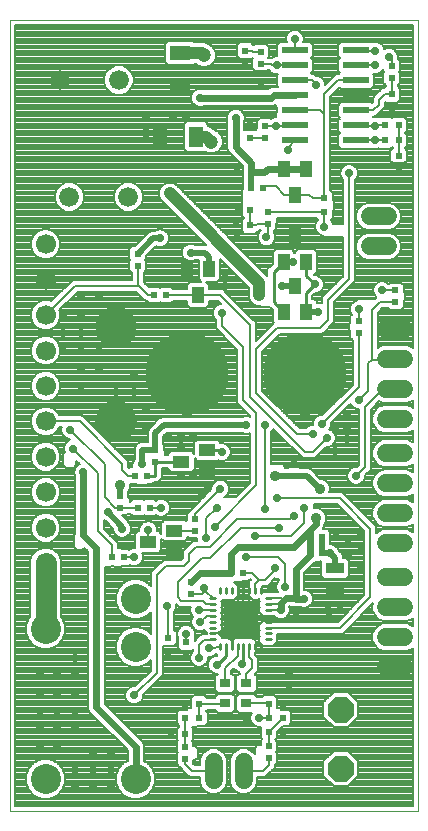
<source format=gbl>
G75*
G70*
%OFA0B0*%
%FSLAX24Y24*%
%IPPOS*%
%LPD*%
%AMOC8*
5,1,8,0,0,1.08239X$1,22.5*
%
%ADD10C,0.0000*%
%ADD11R,0.0236X0.0236*%
%ADD12R,0.0472X0.0709*%
%ADD13C,0.0600*%
%ADD14R,0.0394X0.0551*%
%ADD15R,0.0236X0.0197*%
%ADD16C,0.0594*%
%ADD17R,0.0197X0.0236*%
%ADD18R,0.0866X0.0236*%
%ADD19R,0.0709X0.0472*%
%ADD20C,0.0660*%
%ADD21R,0.1181X0.1181*%
%ADD22C,0.0110*%
%ADD23R,0.0354X0.0315*%
%ADD24R,0.0591X0.0374*%
%ADD25C,0.0669*%
%ADD26R,0.0551X0.0394*%
%ADD27OC8,0.0850*%
%ADD28C,0.1000*%
%ADD29C,0.0080*%
%ADD30C,0.0277*%
%ADD31C,0.0098*%
%ADD32C,0.2762*%
%ADD33C,0.1384*%
%ADD34C,0.0400*%
%ADD35C,0.0472*%
%ADD36C,0.0197*%
%ADD37C,0.0356*%
%ADD38C,0.0236*%
%ADD39C,0.0394*%
%ADD40C,0.0157*%
%ADD41C,0.0709*%
D10*
X000219Y000139D02*
X000219Y026517D01*
X013801Y026517D01*
X013801Y000139D01*
X000219Y000139D01*
D11*
X005494Y005454D03*
X005494Y005927D03*
X006085Y005769D03*
X006085Y005297D03*
X006046Y003722D03*
X006046Y003250D03*
X006046Y002698D03*
X005573Y002698D03*
X006518Y003250D03*
X006518Y003722D03*
X008841Y003722D03*
X008841Y003250D03*
X008841Y002777D03*
X009313Y002777D03*
X009313Y003250D03*
X009313Y003722D03*
X009746Y006754D03*
X009746Y007226D03*
X010612Y009273D03*
X011085Y009273D03*
X009668Y011321D03*
X009668Y011793D03*
X008211Y019667D03*
X007738Y019667D03*
X007778Y021439D03*
X008250Y021439D03*
X008211Y022580D03*
X008211Y023053D03*
X008565Y023919D03*
X008565Y024391D03*
X008053Y025021D03*
X008053Y025494D03*
X010691Y020572D03*
X010691Y020100D03*
X012699Y022502D03*
X012699Y023013D03*
X012935Y023565D03*
X012935Y024037D03*
X013171Y023013D03*
X013171Y022502D03*
D12*
X006400Y022620D03*
X005219Y022620D03*
D13*
X012753Y016206D02*
X013353Y016206D01*
X013353Y015206D02*
X012753Y015206D01*
X012753Y014206D02*
X013353Y014206D01*
X013353Y013206D02*
X012753Y013206D01*
X012753Y012072D02*
X013353Y012072D01*
X013353Y011072D02*
X012753Y011072D01*
X012753Y010072D02*
X013353Y010072D01*
X013353Y009072D02*
X012753Y009072D01*
X012753Y007939D02*
X013353Y007939D01*
X013353Y006939D02*
X012753Y006939D01*
X012753Y005939D02*
X013353Y005939D01*
X013353Y004939D02*
X012753Y004939D01*
D14*
X010081Y016793D03*
X009707Y017659D03*
X010081Y018446D03*
X009707Y019313D03*
X009333Y018446D03*
X009333Y016793D03*
X009707Y020691D03*
X010081Y021557D03*
X009333Y021557D03*
X006853Y018210D03*
X006479Y017344D03*
X006105Y018210D03*
D15*
X004471Y018328D03*
X004471Y018722D03*
X005061Y012187D03*
X005061Y011793D03*
X003880Y010651D03*
X003880Y010258D03*
X006242Y007777D03*
X006242Y007384D03*
X006380Y009490D03*
X006380Y009884D03*
X006046Y002265D03*
X006046Y001872D03*
X008841Y001911D03*
X008841Y002305D03*
X011833Y016084D03*
X011833Y016478D03*
X013053Y017108D03*
X013053Y017502D03*
X013171Y021596D03*
X013171Y021990D03*
X012935Y024588D03*
X012935Y024982D03*
X008723Y022974D03*
X008723Y022580D03*
X008801Y020100D03*
X008801Y019706D03*
X008565Y025061D03*
X008565Y025454D03*
D16*
X012205Y019970D02*
X012799Y019970D01*
X012799Y018970D02*
X012205Y018970D01*
X008002Y001775D02*
X008002Y001181D01*
X007002Y001181D02*
X007002Y001775D01*
D17*
X007581Y008092D03*
X007975Y008092D03*
X010219Y008761D03*
X010612Y008761D03*
X005416Y017344D03*
X005022Y017344D03*
X007817Y020179D03*
X008211Y020179D03*
X008250Y020927D03*
X008644Y020927D03*
X004786Y011321D03*
X004392Y011321D03*
X004471Y010258D03*
X004864Y010258D03*
X003998Y008604D03*
X003605Y008604D03*
D18*
X009707Y022498D03*
X009707Y022998D03*
X009707Y023498D03*
X009707Y023998D03*
X009707Y024498D03*
X009707Y024998D03*
X009707Y025498D03*
X011754Y025498D03*
X011754Y024998D03*
X011754Y024498D03*
X011754Y023998D03*
X011754Y023498D03*
X011754Y022998D03*
X011754Y022498D03*
D19*
X005888Y024234D03*
X005888Y025415D03*
D20*
X003841Y024509D03*
X001872Y024509D03*
X002187Y020612D03*
X004156Y020612D03*
D21*
X007896Y006557D03*
D22*
X007994Y007401D02*
X007994Y007563D01*
X008191Y007563D02*
X008191Y007401D01*
X008388Y007401D02*
X008388Y007563D01*
X008585Y007563D02*
X008585Y007401D01*
X008740Y007246D02*
X008902Y007246D01*
X008902Y007049D02*
X008740Y007049D01*
X008740Y006852D02*
X008902Y006852D01*
X008902Y006655D02*
X008740Y006655D01*
X008740Y006458D02*
X008902Y006458D01*
X008902Y006261D02*
X008740Y006261D01*
X008740Y006065D02*
X008902Y006065D01*
X008902Y005868D02*
X008740Y005868D01*
X008585Y005713D02*
X008585Y005551D01*
X008388Y005551D02*
X008388Y005713D01*
X008191Y005713D02*
X008191Y005551D01*
X007994Y005551D02*
X007994Y005713D01*
X007797Y005713D02*
X007797Y005551D01*
X007601Y005551D02*
X007601Y005713D01*
X007404Y005713D02*
X007404Y005551D01*
X007207Y005551D02*
X007207Y005713D01*
X007052Y005868D02*
X006890Y005868D01*
X006890Y006065D02*
X007052Y006065D01*
X007052Y006261D02*
X006890Y006261D01*
X006890Y006458D02*
X007052Y006458D01*
X007052Y006655D02*
X006890Y006655D01*
X006890Y006852D02*
X007052Y006852D01*
X007052Y007049D02*
X006890Y007049D01*
X006890Y007246D02*
X007052Y007246D01*
X007207Y007401D02*
X007207Y007563D01*
X007404Y007563D02*
X007404Y007401D01*
X007601Y007401D02*
X007601Y007563D01*
X007797Y007563D02*
X007797Y007401D01*
D23*
X008093Y004411D03*
X008093Y003742D03*
X007384Y003742D03*
X007384Y004411D03*
D24*
X011046Y007482D03*
X011046Y008230D03*
D25*
X001400Y008407D03*
X001400Y009588D03*
X001400Y010769D03*
X001400Y011950D03*
X001400Y013132D03*
X001400Y014313D03*
X001400Y015494D03*
X001400Y016675D03*
X001400Y017856D03*
X001400Y019037D03*
D26*
X005927Y011793D03*
X006794Y012167D03*
X006794Y011419D03*
X005691Y009490D03*
X005691Y008742D03*
X004825Y009116D03*
D27*
X011242Y003525D03*
X011242Y001557D03*
D28*
X004396Y001206D03*
X004396Y005616D03*
X004396Y007206D03*
X001396Y006206D03*
X001396Y001206D03*
D29*
X001682Y000610D02*
X004110Y000610D01*
X004022Y000647D02*
X004265Y000546D01*
X004527Y000546D01*
X004770Y000647D01*
X004955Y000832D01*
X005056Y001075D01*
X005056Y001338D01*
X004955Y001580D01*
X004770Y001766D01*
X004686Y001801D01*
X004686Y002344D01*
X004643Y002447D01*
X004565Y002525D01*
X003371Y003719D01*
X003371Y008286D01*
X003553Y008286D01*
X003592Y008326D01*
X003656Y008326D01*
X003696Y008286D01*
X003907Y008286D01*
X003946Y008326D01*
X004163Y008326D01*
X004187Y008349D01*
X004293Y008305D01*
X004412Y008305D01*
X004522Y008351D01*
X004606Y008435D01*
X004651Y008545D01*
X004651Y008663D01*
X004612Y008759D01*
X005167Y008759D01*
X005261Y008853D01*
X006012Y008853D01*
X005964Y008805D02*
X005964Y008569D01*
X005923Y008528D01*
X005333Y008528D01*
X005018Y008213D01*
X004901Y008096D01*
X004901Y007635D01*
X004770Y007766D01*
X004527Y007866D01*
X004265Y007866D01*
X004022Y007766D01*
X003836Y007580D01*
X003736Y007338D01*
X003736Y007075D01*
X003836Y006832D01*
X004022Y006647D01*
X004265Y006546D01*
X004527Y006546D01*
X004770Y006647D01*
X004901Y006778D01*
X004901Y006044D01*
X004770Y006175D01*
X004527Y006276D01*
X004265Y006276D01*
X004022Y006175D01*
X003836Y005990D01*
X003736Y005747D01*
X003736Y005485D01*
X003836Y005242D01*
X004022Y005056D01*
X004265Y004956D01*
X004527Y004956D01*
X004770Y005056D01*
X004901Y005187D01*
X004901Y004829D01*
X004368Y004296D01*
X004293Y004296D01*
X004183Y004251D01*
X004099Y004167D01*
X004054Y004057D01*
X004054Y003938D01*
X004099Y003828D01*
X004183Y003744D01*
X004293Y003699D01*
X004412Y003699D01*
X004522Y003744D01*
X004606Y003828D01*
X004651Y003938D01*
X004651Y004014D01*
X005301Y004663D01*
X005301Y005658D01*
X005310Y005649D01*
X005679Y005649D01*
X005772Y005742D01*
X005772Y006111D01*
X005694Y006189D01*
X005694Y006807D01*
X005708Y006821D01*
X005754Y006930D01*
X005754Y007038D01*
X005845Y006947D01*
X006234Y006947D01*
X006219Y006911D01*
X006219Y006793D01*
X006265Y006683D01*
X006322Y006626D01*
X006304Y006608D01*
X006259Y006498D01*
X006259Y006379D01*
X006304Y006269D01*
X006388Y006185D01*
X006498Y006140D01*
X006617Y006140D01*
X006681Y006166D01*
X006783Y006065D01*
X006766Y006048D01*
X006593Y006048D01*
X006475Y005931D01*
X006363Y005818D01*
X006363Y005936D01*
X006384Y005985D01*
X006384Y006104D01*
X006338Y006214D01*
X006254Y006298D01*
X006144Y006344D01*
X006025Y006344D01*
X005916Y006298D01*
X005832Y006214D01*
X005786Y006104D01*
X005786Y005985D01*
X005807Y005936D01*
X005807Y005585D01*
X005900Y005491D01*
X006269Y005491D01*
X006318Y005540D01*
X006318Y005480D01*
X006265Y005427D01*
X006219Y005317D01*
X006219Y005198D01*
X006265Y005088D01*
X006349Y005004D01*
X006459Y004959D01*
X006577Y004959D01*
X006687Y005004D01*
X006771Y005088D01*
X006817Y005198D01*
X006817Y005274D01*
X006892Y005274D01*
X007002Y005319D01*
X007055Y005372D01*
X007081Y005372D01*
X007118Y005336D01*
X007127Y005336D01*
X007111Y005320D01*
X007049Y005320D01*
X006939Y005275D01*
X006855Y005191D01*
X006810Y005081D01*
X006810Y004962D01*
X006855Y004852D01*
X006939Y004768D01*
X007049Y004723D01*
X007135Y004723D01*
X007047Y004635D01*
X007047Y004187D01*
X007141Y004094D01*
X007628Y004094D01*
X007721Y004187D01*
X007721Y004635D01*
X007628Y004729D01*
X007584Y004729D01*
X007584Y004820D01*
X007674Y004910D01*
X007682Y004891D01*
X007766Y004807D01*
X007876Y004762D01*
X007893Y004762D01*
X007893Y004729D01*
X007849Y004729D01*
X007756Y004635D01*
X007756Y004187D01*
X007849Y004094D01*
X008336Y004094D01*
X008430Y004187D01*
X008430Y004635D01*
X008367Y004698D01*
X008490Y004820D01*
X008490Y005262D01*
X008391Y005360D01*
X008391Y005447D01*
X008406Y005462D01*
X008406Y005801D01*
X008280Y005927D01*
X008102Y005927D01*
X008093Y005918D01*
X008083Y005927D01*
X007905Y005927D01*
X007896Y005918D01*
X007887Y005927D01*
X007708Y005927D01*
X007601Y005820D01*
X007493Y005927D01*
X007315Y005927D01*
X007305Y005918D01*
X007296Y005927D01*
X007267Y005927D01*
X007267Y005957D01*
X007159Y006065D01*
X007267Y006172D01*
X007267Y006351D01*
X007257Y006360D01*
X007267Y006369D01*
X007267Y006547D01*
X007257Y006557D01*
X007267Y006566D01*
X007267Y006744D01*
X007257Y006754D01*
X007267Y006763D01*
X007267Y006941D01*
X007257Y006950D01*
X007267Y006960D01*
X007267Y007138D01*
X007257Y007147D01*
X007267Y007157D01*
X007267Y007186D01*
X007296Y007186D01*
X007305Y007195D01*
X007315Y007186D01*
X007493Y007186D01*
X007502Y007195D01*
X007512Y007186D01*
X007690Y007186D01*
X007816Y007312D01*
X007816Y007652D01*
X007693Y007775D01*
X007923Y007775D01*
X007962Y007814D01*
X008139Y007814D01*
X008212Y007887D01*
X008243Y007856D01*
X008188Y007801D01*
X008188Y007667D01*
X008173Y007652D01*
X008173Y007312D01*
X008299Y007186D01*
X008477Y007186D01*
X008525Y007234D01*
X008525Y007157D01*
X008535Y007147D01*
X008525Y007138D01*
X008525Y006960D01*
X008535Y006950D01*
X008525Y006941D01*
X008525Y006763D01*
X008651Y006637D01*
X008991Y006637D01*
X008999Y006645D01*
X009065Y006579D01*
X009175Y006534D01*
X009294Y006534D01*
X009404Y006579D01*
X009488Y006663D01*
X009533Y006773D01*
X009533Y006892D01*
X009513Y006942D01*
X009513Y006953D01*
X009527Y006968D01*
X009542Y006968D01*
X009562Y006948D01*
X009913Y006948D01*
X009962Y006927D01*
X010081Y006927D01*
X010191Y006973D01*
X010275Y007057D01*
X010321Y007167D01*
X010321Y007285D01*
X010275Y007395D01*
X010191Y007479D01*
X010081Y007525D01*
X010024Y007525D01*
X010024Y008095D01*
X010373Y008444D01*
X010521Y008444D01*
X010561Y008483D01*
X010590Y008483D01*
X010590Y007977D01*
X010684Y007883D01*
X011407Y007883D01*
X011501Y007977D01*
X011501Y008483D01*
X011407Y008577D01*
X011304Y008577D01*
X011304Y008636D01*
X011265Y008731D01*
X011182Y008814D01*
X011141Y008911D01*
X011057Y008995D01*
X010947Y009041D01*
X010871Y009041D01*
X010871Y009069D01*
X010891Y009089D01*
X010891Y009458D01*
X010797Y009551D01*
X010652Y009551D01*
X010694Y009651D01*
X010694Y009703D01*
X010702Y009712D01*
X010754Y009836D01*
X010754Y009970D01*
X010702Y010095D01*
X010607Y010190D01*
X010483Y010241D01*
X010348Y010241D01*
X010339Y010238D01*
X010339Y010372D01*
X011120Y010372D01*
X012027Y009466D01*
X012027Y007348D01*
X011140Y006461D01*
X009006Y006461D01*
X008991Y006477D01*
X008651Y006477D01*
X008525Y006351D01*
X008525Y006172D01*
X008535Y006163D01*
X008525Y006154D01*
X008525Y005975D01*
X008535Y005966D01*
X008525Y005957D01*
X008525Y005779D01*
X008651Y005653D01*
X008991Y005653D01*
X009117Y005779D01*
X009117Y005957D01*
X009108Y005966D01*
X009117Y005975D01*
X009117Y006061D01*
X011306Y006061D01*
X012307Y007063D01*
X012293Y007030D01*
X012293Y006847D01*
X012363Y006678D01*
X012493Y006549D01*
X012662Y006479D01*
X013445Y006479D01*
X013614Y006549D01*
X013641Y006576D01*
X013641Y006301D01*
X013614Y006329D01*
X013445Y006399D01*
X012662Y006399D01*
X012493Y006329D01*
X012363Y006199D01*
X012293Y006030D01*
X012293Y005847D01*
X012363Y005678D01*
X012493Y005549D01*
X012662Y005479D01*
X013445Y005479D01*
X013614Y005549D01*
X013641Y005576D01*
X013641Y000299D01*
X000379Y000299D01*
X000379Y026357D01*
X013641Y026357D01*
X013641Y015569D01*
X013614Y015596D01*
X013445Y015666D01*
X012662Y015666D01*
X012493Y015596D01*
X012466Y015569D01*
X012466Y016749D01*
X012624Y016908D01*
X012811Y016908D01*
X012869Y016849D01*
X013238Y016849D01*
X013331Y016943D01*
X013331Y017160D01*
X013371Y017199D01*
X013371Y017410D01*
X013331Y017450D01*
X013331Y017666D01*
X013238Y017760D01*
X012869Y017760D01*
X012827Y017718D01*
X012790Y017755D01*
X012680Y017800D01*
X012561Y017800D01*
X012451Y017755D01*
X012367Y017671D01*
X012322Y017561D01*
X012322Y017442D01*
X012367Y017332D01*
X012425Y017274D01*
X012379Y017229D01*
X011845Y017229D01*
X011787Y017170D01*
X011773Y017170D01*
X011664Y017125D01*
X011580Y017041D01*
X011534Y016931D01*
X011534Y016812D01*
X011580Y016702D01*
X011597Y016685D01*
X011555Y016643D01*
X011555Y016426D01*
X011515Y016387D01*
X011515Y016175D01*
X011555Y016136D01*
X011555Y015920D01*
X011633Y015841D01*
X011633Y014356D01*
X010628Y013352D01*
X010553Y013352D01*
X010443Y013306D01*
X010359Y013222D01*
X010314Y013112D01*
X010314Y012997D01*
X010238Y012997D01*
X010128Y012952D01*
X010075Y012898D01*
X009869Y012898D01*
X008608Y014159D01*
X008608Y015450D01*
X009199Y016042D01*
X010617Y016042D01*
X010734Y016159D01*
X010892Y016317D01*
X010892Y016317D01*
X011009Y016435D01*
X011009Y017104D01*
X011718Y017812D01*
X011718Y021177D01*
X011771Y021230D01*
X011817Y021340D01*
X011817Y021459D01*
X011771Y021568D01*
X011687Y021653D01*
X011577Y021698D01*
X011459Y021698D01*
X011349Y021653D01*
X011265Y021568D01*
X011219Y021459D01*
X011219Y021340D01*
X011265Y021230D01*
X011318Y021177D01*
X011318Y019709D01*
X010981Y019709D01*
X010944Y019797D01*
X010897Y019844D01*
X010969Y019916D01*
X010969Y020152D01*
X011009Y020191D01*
X011009Y020481D01*
X010969Y020521D01*
X010969Y020757D01*
X010891Y020835D01*
X010891Y023954D01*
X011206Y024269D01*
X011255Y024220D01*
X012254Y024220D01*
X012347Y024313D01*
X012347Y024682D01*
X012326Y024703D01*
X012444Y024703D01*
X012553Y024748D01*
X012637Y024832D01*
X012657Y024880D01*
X012657Y024817D01*
X012689Y024785D01*
X012657Y024753D01*
X012657Y024424D01*
X012735Y024345D01*
X012735Y024300D01*
X012673Y024237D01*
X012616Y024237D01*
X012419Y024040D01*
X012302Y023923D01*
X012302Y023766D01*
X012283Y023746D01*
X012254Y023776D01*
X011255Y023776D01*
X011161Y023682D01*
X011161Y023313D01*
X011227Y023248D01*
X011161Y023182D01*
X011161Y022813D01*
X011227Y022748D01*
X011161Y022682D01*
X011161Y022313D01*
X011255Y022220D01*
X012254Y022220D01*
X012263Y022229D01*
X012325Y022203D01*
X012444Y022203D01*
X012508Y022230D01*
X012515Y022224D01*
X012883Y022224D01*
X012935Y022275D01*
X012971Y022239D01*
X012971Y022233D01*
X012893Y022155D01*
X012893Y021825D01*
X012987Y021731D01*
X013356Y021731D01*
X013450Y021825D01*
X013450Y022155D01*
X013371Y022233D01*
X013371Y022239D01*
X013450Y022317D01*
X013450Y022686D01*
X013378Y022758D01*
X013450Y022829D01*
X013450Y023198D01*
X013356Y023292D01*
X012987Y023292D01*
X012935Y023240D01*
X012883Y023292D01*
X012515Y023292D01*
X012494Y023271D01*
X012444Y023292D01*
X012326Y023292D01*
X012340Y023306D01*
X012408Y023306D01*
X012525Y023423D01*
X012702Y023600D01*
X012702Y023757D01*
X012727Y023782D01*
X012751Y023759D01*
X013120Y023759D01*
X013213Y023853D01*
X013213Y024221D01*
X013135Y024300D01*
X013135Y024345D01*
X013213Y024424D01*
X013213Y024753D01*
X013181Y024785D01*
X013213Y024817D01*
X013213Y025147D01*
X013136Y025224D01*
X013136Y025337D01*
X013090Y025446D01*
X013006Y025530D01*
X012896Y025576D01*
X012777Y025576D01*
X012683Y025537D01*
X012683Y025553D01*
X012637Y025663D01*
X012553Y025747D01*
X012444Y025792D01*
X012325Y025792D01*
X012263Y025767D01*
X012254Y025776D01*
X011255Y025776D01*
X011161Y025682D01*
X011161Y025313D01*
X011227Y025248D01*
X011161Y025182D01*
X011161Y024813D01*
X011227Y024748D01*
X011177Y024698D01*
X011069Y024698D01*
X010714Y024343D01*
X010714Y024411D01*
X010669Y024521D01*
X010585Y024605D01*
X010475Y024651D01*
X010400Y024651D01*
X010353Y024698D01*
X010284Y024698D01*
X010234Y024748D01*
X010300Y024813D01*
X010300Y025182D01*
X010234Y025248D01*
X010300Y025313D01*
X010300Y025682D01*
X010206Y025776D01*
X009984Y025776D01*
X010006Y025828D01*
X010006Y025947D01*
X009960Y026057D01*
X009876Y026141D01*
X009766Y026186D01*
X009648Y026186D01*
X009538Y026141D01*
X009454Y026057D01*
X009408Y025947D01*
X009408Y025828D01*
X009430Y025776D01*
X009208Y025776D01*
X009114Y025682D01*
X009114Y025313D01*
X009127Y025300D01*
X009037Y025300D01*
X008941Y025261D01*
X008814Y025261D01*
X008843Y025290D01*
X008843Y025619D01*
X008750Y025713D01*
X008381Y025713D01*
X008362Y025694D01*
X008316Y025694D01*
X008238Y025772D01*
X007869Y025772D01*
X007775Y025678D01*
X007775Y025309D01*
X007869Y025216D01*
X008238Y025216D01*
X008277Y025254D01*
X008316Y025254D01*
X008287Y025225D01*
X008287Y024896D01*
X008381Y024802D01*
X008750Y024802D01*
X008808Y024861D01*
X008829Y024861D01*
X008835Y024854D01*
X008843Y024832D01*
X008927Y024748D01*
X009037Y024703D01*
X009135Y024703D01*
X009114Y024682D01*
X009114Y024313D01*
X009151Y024276D01*
X008943Y024276D01*
X008841Y024233D01*
X008804Y024197D01*
X006647Y024197D01*
X006597Y024218D01*
X006478Y024218D01*
X006368Y024172D01*
X006284Y024088D01*
X006239Y023978D01*
X006239Y023860D01*
X006284Y023750D01*
X006368Y023666D01*
X006478Y023620D01*
X006597Y023620D01*
X006647Y023641D01*
X008975Y023641D01*
X009074Y023682D01*
X009074Y023616D01*
X009114Y023577D01*
X009114Y023434D01*
X009074Y023395D01*
X009074Y023273D01*
X009018Y023273D01*
X008911Y023229D01*
X008907Y023232D01*
X008538Y023232D01*
X008445Y023139D01*
X008445Y022922D01*
X008405Y022883D01*
X008405Y022849D01*
X008395Y022858D01*
X008026Y022858D01*
X008017Y022849D01*
X008017Y023140D01*
X008446Y023140D01*
X008445Y023061D02*
X008017Y023061D01*
X008017Y022983D02*
X008445Y022983D01*
X008427Y022904D02*
X008017Y022904D01*
X008017Y023140D02*
X008037Y023190D01*
X008037Y023309D01*
X007992Y023419D01*
X007908Y023503D01*
X007798Y023548D01*
X007679Y023548D01*
X007569Y023503D01*
X007485Y023419D01*
X007440Y023309D01*
X007440Y023190D01*
X007460Y023140D01*
X000379Y023140D01*
X000379Y023218D02*
X007440Y023218D01*
X007440Y023297D02*
X000379Y023297D01*
X000379Y023375D02*
X007467Y023375D01*
X007520Y023454D02*
X000379Y023454D01*
X000379Y023532D02*
X007641Y023532D01*
X007836Y023532D02*
X009114Y023532D01*
X009114Y023454D02*
X007957Y023454D01*
X008010Y023375D02*
X009074Y023375D01*
X009074Y023297D02*
X008037Y023297D01*
X008037Y023218D02*
X008524Y023218D01*
X008723Y022974D02*
X009077Y022974D01*
X009683Y022974D01*
X009707Y022998D01*
X009707Y023498D02*
X010561Y023498D01*
X010691Y023368D01*
X010691Y024037D01*
X011152Y024498D01*
X011754Y024498D01*
X011754Y024998D02*
X011758Y025002D01*
X012384Y025002D01*
X012593Y024788D02*
X012686Y024788D01*
X012657Y024710D02*
X012461Y024710D01*
X012347Y024631D02*
X012657Y024631D01*
X012657Y024553D02*
X012347Y024553D01*
X012347Y024474D02*
X012657Y024474D01*
X012685Y024396D02*
X012347Y024396D01*
X012347Y024317D02*
X012735Y024317D01*
X012675Y024239D02*
X012273Y024239D01*
X012461Y024082D02*
X011019Y024082D01*
X011097Y024160D02*
X012540Y024160D01*
X012699Y024037D02*
X012502Y023840D01*
X012502Y023683D01*
X012325Y023506D01*
X011762Y023506D01*
X011754Y023498D01*
X011754Y022998D02*
X011758Y022994D01*
X012384Y022994D01*
X012404Y023013D01*
X012699Y023013D01*
X012556Y023454D02*
X013641Y023454D01*
X013641Y023532D02*
X012635Y023532D01*
X012702Y023611D02*
X013641Y023611D01*
X013641Y023689D02*
X012702Y023689D01*
X012713Y023768D02*
X012742Y023768D01*
X012699Y024037D02*
X012935Y024037D01*
X012935Y024588D01*
X012657Y024867D02*
X012652Y024867D01*
X012935Y024982D02*
X012935Y025179D01*
X012837Y025277D01*
X013042Y025495D02*
X013641Y025495D01*
X013641Y025573D02*
X012902Y025573D01*
X012772Y025573D02*
X012674Y025573D01*
X012642Y025652D02*
X013641Y025652D01*
X013641Y025730D02*
X012570Y025730D01*
X012384Y025494D02*
X011758Y025494D01*
X011754Y025498D01*
X011215Y025259D02*
X010246Y025259D01*
X010300Y025181D02*
X011161Y025181D01*
X011161Y025102D02*
X010300Y025102D01*
X010300Y025024D02*
X011161Y025024D01*
X011161Y024945D02*
X010300Y024945D01*
X010300Y024867D02*
X011161Y024867D01*
X011186Y024788D02*
X010275Y024788D01*
X010272Y024710D02*
X011189Y024710D01*
X011003Y024631D02*
X010522Y024631D01*
X010637Y024553D02*
X010924Y024553D01*
X010846Y024474D02*
X010688Y024474D01*
X010714Y024396D02*
X010767Y024396D01*
X010416Y024352D02*
X010270Y024498D01*
X009707Y024498D01*
X009707Y024998D02*
X009683Y025021D01*
X008959Y025021D01*
X009097Y025002D01*
X008959Y025021D02*
X008920Y025061D01*
X008565Y025061D01*
X008287Y025024D02*
X006924Y025024D01*
X006900Y025000D02*
X007011Y025112D01*
X007072Y025257D01*
X007072Y025415D01*
X007011Y025561D01*
X006900Y025672D01*
X006812Y025708D01*
X006801Y025720D01*
X006668Y025775D01*
X006345Y025775D01*
X006309Y025811D01*
X005467Y025811D01*
X005374Y025717D01*
X005374Y025113D01*
X005467Y025019D01*
X006309Y025019D01*
X006345Y025055D01*
X006396Y025055D01*
X006451Y025000D01*
X006597Y024940D01*
X006754Y024940D01*
X006900Y025000D01*
X006767Y024945D02*
X008287Y024945D01*
X008316Y024867D02*
X004176Y024867D01*
X004118Y024925D02*
X004256Y024787D01*
X004331Y024607D01*
X004331Y024412D01*
X004256Y024232D01*
X004118Y024094D01*
X003938Y024019D01*
X003743Y024019D01*
X003563Y024094D01*
X003425Y024232D01*
X003351Y024412D01*
X003351Y024607D01*
X003425Y024787D01*
X003563Y024925D01*
X003743Y024999D01*
X003938Y024999D01*
X004118Y024925D01*
X004069Y024945D02*
X006583Y024945D01*
X006427Y025024D02*
X006314Y025024D01*
X006311Y025809D02*
X009416Y025809D01*
X009408Y025887D02*
X000379Y025887D01*
X000379Y025809D02*
X005465Y025809D01*
X005387Y025730D02*
X000379Y025730D01*
X000379Y025652D02*
X005374Y025652D01*
X005374Y025573D02*
X000379Y025573D01*
X000379Y025495D02*
X005374Y025495D01*
X005374Y025416D02*
X000379Y025416D01*
X000379Y025338D02*
X005374Y025338D01*
X005374Y025259D02*
X000379Y025259D01*
X000379Y025181D02*
X005374Y025181D01*
X005384Y025102D02*
X000379Y025102D01*
X000379Y025024D02*
X005462Y025024D01*
X006249Y024003D02*
X000379Y024003D01*
X000379Y023925D02*
X006239Y023925D01*
X006244Y023846D02*
X000379Y023846D01*
X000379Y023768D02*
X006277Y023768D01*
X006345Y023689D02*
X000379Y023689D01*
X000379Y023611D02*
X009080Y023611D01*
X008854Y024239D02*
X004259Y024239D01*
X004292Y024317D02*
X009114Y024317D01*
X009114Y024396D02*
X004324Y024396D01*
X004331Y024474D02*
X009114Y024474D01*
X009114Y024553D02*
X004331Y024553D01*
X004321Y024631D02*
X009114Y024631D01*
X009020Y024710D02*
X004288Y024710D01*
X004255Y024788D02*
X008887Y024788D01*
X008843Y025338D02*
X009114Y025338D01*
X009114Y025416D02*
X008843Y025416D01*
X008843Y025495D02*
X009114Y025495D01*
X009114Y025573D02*
X008843Y025573D01*
X008810Y025652D02*
X009114Y025652D01*
X009162Y025730D02*
X008279Y025730D01*
X008290Y025494D02*
X008329Y025454D01*
X008565Y025454D01*
X008290Y025494D02*
X008053Y025494D01*
X007828Y025730D02*
X006776Y025730D01*
X006920Y025652D02*
X007775Y025652D01*
X007775Y025573D02*
X006999Y025573D01*
X007039Y025495D02*
X007775Y025495D01*
X007775Y025416D02*
X007071Y025416D01*
X007072Y025338D02*
X007775Y025338D01*
X007825Y025259D02*
X007072Y025259D01*
X007040Y025181D02*
X008287Y025181D01*
X008287Y025102D02*
X007002Y025102D01*
X006357Y024160D02*
X004185Y024160D01*
X004089Y024082D02*
X006282Y024082D01*
X006097Y023134D02*
X006004Y023040D01*
X006004Y022199D01*
X006097Y022105D01*
X006702Y022105D01*
X006713Y022116D01*
X006833Y022066D01*
X006990Y022066D01*
X007136Y022126D01*
X007248Y022238D01*
X007308Y022383D01*
X007308Y022541D01*
X007248Y022687D01*
X007136Y022798D01*
X007049Y022834D01*
X006958Y022925D01*
X006826Y022980D01*
X006796Y022980D01*
X006796Y023040D01*
X006702Y023134D01*
X006097Y023134D01*
X006025Y023061D02*
X000379Y023061D01*
X000379Y022983D02*
X006004Y022983D01*
X006004Y022904D02*
X000379Y022904D01*
X000379Y022826D02*
X006004Y022826D01*
X006004Y022747D02*
X000379Y022747D01*
X000379Y022669D02*
X006004Y022669D01*
X006004Y022590D02*
X000379Y022590D01*
X000379Y022512D02*
X006004Y022512D01*
X006004Y022433D02*
X000379Y022433D01*
X000379Y022355D02*
X006004Y022355D01*
X006004Y022276D02*
X000379Y022276D01*
X000379Y022198D02*
X006005Y022198D01*
X006083Y022119D02*
X000379Y022119D01*
X000379Y022041D02*
X007570Y022041D01*
X007503Y022108D02*
X007460Y022210D01*
X007460Y023140D01*
X007460Y023061D02*
X006775Y023061D01*
X006796Y022983D02*
X007460Y022983D01*
X007460Y022904D02*
X006979Y022904D01*
X007069Y022826D02*
X007460Y022826D01*
X007460Y022747D02*
X007187Y022747D01*
X007255Y022669D02*
X007460Y022669D01*
X007460Y022590D02*
X007287Y022590D01*
X007308Y022512D02*
X007460Y022512D01*
X007460Y022433D02*
X007308Y022433D01*
X007296Y022355D02*
X007460Y022355D01*
X007460Y022276D02*
X007264Y022276D01*
X007208Y022198D02*
X007465Y022198D01*
X007498Y022119D02*
X007120Y022119D01*
X007503Y022108D02*
X007972Y021638D01*
X007972Y021254D01*
X007992Y021235D01*
X007992Y020895D01*
X007933Y020836D01*
X007933Y020309D01*
X007952Y020290D01*
X007952Y019994D01*
X008011Y019936D01*
X008011Y019929D01*
X007933Y019851D01*
X007933Y019483D01*
X008026Y019389D01*
X008395Y019389D01*
X008473Y019467D01*
X008491Y019467D01*
X008530Y019506D01*
X008559Y019506D01*
X008566Y019499D01*
X008509Y019442D01*
X008463Y019333D01*
X008463Y019214D01*
X008509Y019104D01*
X008593Y019020D01*
X008703Y018975D01*
X008821Y018975D01*
X008931Y019020D01*
X009015Y019104D01*
X009061Y019214D01*
X009061Y019333D01*
X009015Y019442D01*
X009001Y019456D01*
X009001Y019464D01*
X009080Y019542D01*
X009080Y019719D01*
X009119Y019758D01*
X009119Y019900D01*
X010429Y019900D01*
X010485Y019844D01*
X010438Y019797D01*
X010392Y019687D01*
X010392Y019568D01*
X010438Y019458D01*
X010522Y019374D01*
X010632Y019329D01*
X010646Y019329D01*
X010704Y019271D01*
X011318Y019271D01*
X011318Y017978D01*
X010726Y017387D01*
X010609Y017269D01*
X010609Y017069D01*
X010554Y017092D01*
X010438Y017092D01*
X010438Y017135D01*
X010344Y017229D01*
X010290Y017229D01*
X010290Y017317D01*
X010373Y017400D01*
X010436Y017400D01*
X010545Y017445D01*
X010629Y017529D01*
X010675Y017639D01*
X010675Y017758D01*
X010629Y017868D01*
X010545Y017952D01*
X010436Y017997D01*
X010373Y017997D01*
X010352Y018019D01*
X010438Y018105D01*
X010438Y018788D01*
X010344Y018882D01*
X009818Y018882D01*
X009724Y018788D01*
X009724Y018738D01*
X009707Y018745D01*
X009690Y018745D01*
X009690Y018788D01*
X009596Y018882D01*
X009070Y018882D01*
X008976Y018788D01*
X008976Y018386D01*
X008789Y018199D01*
X008789Y017979D01*
X008728Y018040D01*
X005736Y021032D01*
X005605Y021087D01*
X005463Y021087D01*
X005332Y021032D01*
X005231Y020932D01*
X005177Y020801D01*
X005177Y020659D01*
X005231Y020528D01*
X006739Y019020D01*
X006399Y019020D01*
X006302Y019060D01*
X006183Y019060D01*
X006073Y019015D01*
X005989Y018931D01*
X005944Y018821D01*
X005944Y018702D01*
X005989Y018592D01*
X006073Y018508D01*
X006183Y018463D01*
X006302Y018463D01*
X006399Y018503D01*
X006496Y018503D01*
X006496Y017868D01*
X006584Y017780D01*
X006215Y017780D01*
X006122Y017686D01*
X006122Y017544D01*
X005658Y017544D01*
X005580Y017622D01*
X005251Y017622D01*
X005219Y017590D01*
X005187Y017622D01*
X004857Y017622D01*
X004843Y017609D01*
X004710Y017742D01*
X004671Y017781D01*
X004671Y018086D01*
X004749Y018164D01*
X004749Y018493D01*
X004717Y018525D01*
X004749Y018557D01*
X004749Y018635D01*
X005081Y018967D01*
X005159Y018935D01*
X005278Y018935D01*
X005388Y018981D01*
X005472Y019065D01*
X005517Y019174D01*
X005517Y019293D01*
X005472Y019403D01*
X005388Y019487D01*
X005278Y019533D01*
X005159Y019533D01*
X005062Y019492D01*
X004931Y019492D01*
X004836Y019453D01*
X004364Y018981D01*
X004286Y018981D01*
X004193Y018887D01*
X004193Y018557D01*
X004225Y018525D01*
X004193Y018493D01*
X004193Y018164D01*
X004271Y018086D01*
X004271Y017859D01*
X002301Y017859D01*
X001578Y017136D01*
X001498Y017169D01*
X001301Y017169D01*
X001120Y017094D01*
X000981Y016955D01*
X000905Y016773D01*
X000905Y016576D01*
X000981Y016395D01*
X001120Y016256D01*
X001301Y016180D01*
X001498Y016180D01*
X001680Y016256D01*
X001819Y016395D01*
X001894Y016576D01*
X001894Y016773D01*
X001861Y016853D01*
X002467Y017459D01*
X004427Y017459D01*
X004625Y017261D01*
X004742Y017144D01*
X004779Y017144D01*
X004857Y017066D01*
X005187Y017066D01*
X005219Y017098D01*
X005251Y017066D01*
X005580Y017066D01*
X005658Y017144D01*
X006122Y017144D01*
X006122Y017002D01*
X006215Y016909D01*
X006742Y016909D01*
X006835Y017002D01*
X006835Y017144D01*
X007144Y017144D01*
X007236Y017052D01*
X007207Y017052D01*
X007097Y017007D01*
X007013Y016923D01*
X006967Y016813D01*
X006967Y016694D01*
X007013Y016584D01*
X007066Y016531D01*
X007066Y016238D01*
X007775Y015529D01*
X007775Y013757D01*
X007892Y013640D01*
X008208Y013324D01*
X008208Y013289D01*
X008152Y013312D01*
X008033Y013312D01*
X007936Y013272D01*
X005285Y013272D01*
X005190Y013233D01*
X004915Y012957D01*
X004842Y012884D01*
X004803Y012789D01*
X004803Y012445D01*
X004577Y012445D01*
X004482Y012406D01*
X004409Y012333D01*
X004370Y012238D01*
X004370Y011871D01*
X004329Y011774D01*
X004329Y011760D01*
X004271Y011702D01*
X004271Y011599D01*
X004227Y011599D01*
X004194Y011565D01*
X004159Y011600D01*
X004159Y011797D01*
X004042Y011914D01*
X004042Y011914D01*
X002742Y013214D01*
X002742Y013214D01*
X002624Y013332D01*
X001852Y013332D01*
X001819Y013412D01*
X001680Y013551D01*
X001498Y013626D01*
X001301Y013626D01*
X001120Y013551D01*
X000981Y013412D01*
X000905Y013230D01*
X000905Y013033D01*
X000981Y012851D01*
X001120Y012712D01*
X001301Y012637D01*
X001498Y012637D01*
X001680Y012712D01*
X001819Y012851D01*
X001852Y012932D01*
X001935Y012932D01*
X001928Y012915D01*
X001928Y012797D01*
X001973Y012687D01*
X002057Y012603D01*
X002167Y012557D01*
X002213Y012557D01*
X002145Y012489D01*
X002145Y012483D01*
X002136Y012479D01*
X002052Y012395D01*
X002007Y012285D01*
X002007Y012167D01*
X002033Y012102D01*
X001988Y012056D01*
X001988Y011687D01*
X002082Y011594D01*
X002332Y011594D01*
X002426Y011687D01*
X002426Y011823D01*
X002537Y011711D01*
X002490Y011692D01*
X002406Y011608D01*
X002361Y011498D01*
X002361Y011379D01*
X002382Y011329D01*
X002382Y009379D01*
X002342Y009340D01*
X002342Y008931D01*
X002436Y008838D01*
X002608Y008838D01*
X002694Y008924D01*
X002815Y008804D01*
X002815Y003549D01*
X002857Y003446D01*
X004130Y002174D01*
X004130Y001810D01*
X004022Y001766D01*
X003836Y001580D01*
X003736Y001338D01*
X003736Y001075D01*
X003836Y000832D01*
X004022Y000647D01*
X003980Y000689D02*
X001812Y000689D01*
X001770Y000647D02*
X001955Y000832D01*
X002056Y001075D01*
X002056Y001338D01*
X001955Y001580D01*
X001770Y001766D01*
X001527Y001866D01*
X001265Y001866D01*
X001022Y001766D01*
X000836Y001580D01*
X000736Y001338D01*
X000736Y001075D01*
X000836Y000832D01*
X001022Y000647D01*
X001265Y000546D01*
X001527Y000546D01*
X001770Y000647D01*
X001890Y000767D02*
X003901Y000767D01*
X003831Y000846D02*
X001961Y000846D01*
X001994Y000924D02*
X003798Y000924D01*
X003766Y001003D02*
X002026Y001003D01*
X002056Y001081D02*
X003736Y001081D01*
X003736Y001160D02*
X002056Y001160D01*
X002056Y001238D02*
X003736Y001238D01*
X003736Y001317D02*
X002056Y001317D01*
X002032Y001395D02*
X003760Y001395D01*
X003792Y001474D02*
X001999Y001474D01*
X001967Y001552D02*
X003825Y001552D01*
X003887Y001631D02*
X001905Y001631D01*
X001826Y001709D02*
X003966Y001709D01*
X004075Y001788D02*
X001717Y001788D01*
X001075Y001788D02*
X000379Y001788D01*
X000379Y001866D02*
X004130Y001866D01*
X004130Y001945D02*
X000379Y001945D01*
X000379Y002023D02*
X004130Y002023D01*
X004130Y002102D02*
X000379Y002102D01*
X000379Y002180D02*
X004123Y002180D01*
X004045Y002259D02*
X000379Y002259D01*
X000379Y002337D02*
X003966Y002337D01*
X003888Y002416D02*
X000379Y002416D01*
X000379Y002494D02*
X003809Y002494D01*
X003731Y002573D02*
X000379Y002573D01*
X000379Y002651D02*
X003652Y002651D01*
X003574Y002730D02*
X000379Y002730D01*
X000379Y002808D02*
X003495Y002808D01*
X003417Y002887D02*
X000379Y002887D01*
X000379Y002965D02*
X003338Y002965D01*
X003260Y003044D02*
X000379Y003044D01*
X000379Y003122D02*
X003181Y003122D01*
X003103Y003201D02*
X000379Y003201D01*
X000379Y003279D02*
X003024Y003279D01*
X002946Y003358D02*
X000379Y003358D01*
X000379Y003436D02*
X002867Y003436D01*
X002829Y003515D02*
X000379Y003515D01*
X000379Y003593D02*
X002815Y003593D01*
X002815Y003672D02*
X000379Y003672D01*
X000379Y003750D02*
X002815Y003750D01*
X002815Y003829D02*
X000379Y003829D01*
X000379Y003907D02*
X002815Y003907D01*
X002815Y003986D02*
X000379Y003986D01*
X000379Y004064D02*
X002815Y004064D01*
X002815Y004143D02*
X000379Y004143D01*
X000379Y004221D02*
X002815Y004221D01*
X002815Y004300D02*
X000379Y004300D01*
X000379Y004378D02*
X002815Y004378D01*
X002815Y004457D02*
X000379Y004457D01*
X000379Y004535D02*
X002815Y004535D01*
X002815Y004614D02*
X000379Y004614D01*
X000379Y004692D02*
X002815Y004692D01*
X002815Y004771D02*
X000379Y004771D01*
X000379Y004849D02*
X002815Y004849D01*
X002815Y004928D02*
X000379Y004928D01*
X000379Y005006D02*
X002815Y005006D01*
X002815Y005085D02*
X000379Y005085D01*
X000379Y005163D02*
X002815Y005163D01*
X002815Y005242D02*
X000379Y005242D01*
X000379Y005320D02*
X002815Y005320D01*
X002815Y005399D02*
X000379Y005399D01*
X000379Y005477D02*
X002815Y005477D01*
X002815Y005556D02*
X001550Y005556D01*
X001527Y005546D02*
X001770Y005647D01*
X001955Y005832D01*
X002056Y006075D01*
X002056Y006338D01*
X001955Y006580D01*
X001910Y006625D01*
X001910Y008295D01*
X001914Y008305D01*
X001914Y008509D01*
X001836Y008698D01*
X001691Y008843D01*
X001502Y008921D01*
X001298Y008921D01*
X001108Y008843D01*
X000960Y008695D01*
X000882Y008505D01*
X000882Y006625D01*
X000836Y006580D01*
X000736Y006338D01*
X000736Y006075D01*
X000836Y005832D01*
X001022Y005647D01*
X001265Y005546D01*
X001527Y005546D01*
X001740Y005634D02*
X002815Y005634D01*
X002815Y005713D02*
X001836Y005713D01*
X001914Y005791D02*
X002815Y005791D01*
X002815Y005870D02*
X001971Y005870D01*
X002003Y005948D02*
X002815Y005948D01*
X002815Y006027D02*
X002036Y006027D01*
X002056Y006105D02*
X002815Y006105D01*
X002815Y006184D02*
X002056Y006184D01*
X002056Y006262D02*
X002815Y006262D01*
X002815Y006341D02*
X002055Y006341D01*
X002022Y006419D02*
X002815Y006419D01*
X002815Y006498D02*
X001990Y006498D01*
X001957Y006576D02*
X002815Y006576D01*
X002815Y006655D02*
X001910Y006655D01*
X001910Y006733D02*
X002815Y006733D01*
X002815Y006812D02*
X001910Y006812D01*
X001910Y006890D02*
X002815Y006890D01*
X002815Y006969D02*
X001910Y006969D01*
X001910Y007047D02*
X002815Y007047D01*
X002815Y007126D02*
X001910Y007126D01*
X001910Y007204D02*
X002815Y007204D01*
X002815Y007283D02*
X001910Y007283D01*
X001910Y007361D02*
X002815Y007361D01*
X002815Y007440D02*
X001910Y007440D01*
X001910Y007518D02*
X002815Y007518D01*
X002815Y007597D02*
X001910Y007597D01*
X001910Y007675D02*
X002815Y007675D01*
X002815Y007754D02*
X001910Y007754D01*
X001910Y007832D02*
X002815Y007832D01*
X002815Y007911D02*
X001910Y007911D01*
X001910Y007989D02*
X002815Y007989D01*
X002815Y008068D02*
X001910Y008068D01*
X001910Y008146D02*
X002815Y008146D01*
X002815Y008225D02*
X001910Y008225D01*
X001914Y008303D02*
X002815Y008303D01*
X002815Y008382D02*
X001914Y008382D01*
X001914Y008460D02*
X002815Y008460D01*
X002815Y008539D02*
X001902Y008539D01*
X001869Y008617D02*
X002815Y008617D01*
X002815Y008696D02*
X001837Y008696D01*
X001760Y008774D02*
X002815Y008774D01*
X002765Y008853D02*
X002623Y008853D01*
X002421Y008853D02*
X001668Y008853D01*
X001498Y009094D02*
X001680Y009169D01*
X001819Y009308D01*
X001894Y009490D01*
X001894Y009687D01*
X001819Y009868D01*
X001680Y010008D01*
X001498Y010083D01*
X001301Y010083D01*
X001120Y010008D01*
X000981Y009868D01*
X000905Y009687D01*
X000905Y009490D01*
X000981Y009308D01*
X001120Y009169D01*
X001301Y009094D01*
X001498Y009094D01*
X001675Y009167D02*
X002342Y009167D01*
X002342Y009245D02*
X001757Y009245D01*
X001826Y009324D02*
X002342Y009324D01*
X002382Y009402D02*
X001858Y009402D01*
X001891Y009481D02*
X002382Y009481D01*
X002382Y009559D02*
X001894Y009559D01*
X001894Y009638D02*
X002382Y009638D01*
X002382Y009716D02*
X001882Y009716D01*
X001850Y009795D02*
X002382Y009795D01*
X002382Y009873D02*
X001814Y009873D01*
X001736Y009952D02*
X002382Y009952D01*
X002382Y010030D02*
X001625Y010030D01*
X001498Y010275D02*
X001680Y010350D01*
X001819Y010489D01*
X001894Y010671D01*
X001894Y010868D01*
X001819Y011050D01*
X001680Y011189D01*
X001498Y011264D01*
X001301Y011264D01*
X001120Y011189D01*
X000981Y011050D01*
X000905Y010868D01*
X000905Y010671D01*
X000981Y010489D01*
X001120Y010350D01*
X001301Y010275D01*
X001498Y010275D01*
X001667Y010344D02*
X002382Y010344D01*
X002382Y010266D02*
X000379Y010266D01*
X000379Y010344D02*
X001133Y010344D01*
X001047Y010423D02*
X000379Y010423D01*
X000379Y010501D02*
X000975Y010501D01*
X000943Y010580D02*
X000379Y010580D01*
X000379Y010658D02*
X000910Y010658D01*
X000905Y010737D02*
X000379Y010737D01*
X000379Y010815D02*
X000905Y010815D01*
X000916Y010894D02*
X000379Y010894D01*
X000379Y010972D02*
X000949Y010972D01*
X000982Y011051D02*
X000379Y011051D01*
X000379Y011129D02*
X001060Y011129D01*
X001166Y011208D02*
X000379Y011208D01*
X000379Y011286D02*
X002382Y011286D01*
X002382Y011208D02*
X001634Y011208D01*
X001739Y011129D02*
X002382Y011129D01*
X002382Y011051D02*
X001818Y011051D01*
X001851Y010972D02*
X002382Y010972D01*
X002382Y010894D02*
X001884Y010894D01*
X001894Y010815D02*
X002382Y010815D01*
X002382Y010737D02*
X001894Y010737D01*
X001889Y010658D02*
X002382Y010658D01*
X002382Y010580D02*
X001857Y010580D01*
X001824Y010501D02*
X002382Y010501D01*
X002382Y010423D02*
X001753Y010423D01*
X002382Y010187D02*
X000379Y010187D01*
X000379Y010109D02*
X002382Y010109D01*
X002342Y009088D02*
X000379Y009088D01*
X000379Y009010D02*
X002342Y009010D01*
X002342Y008931D02*
X000379Y008931D01*
X000379Y008853D02*
X001132Y008853D01*
X001040Y008774D02*
X000379Y008774D01*
X000379Y008696D02*
X000961Y008696D01*
X000928Y008617D02*
X000379Y008617D01*
X000379Y008539D02*
X000895Y008539D01*
X000882Y008460D02*
X000379Y008460D01*
X000379Y008382D02*
X000882Y008382D01*
X000882Y008303D02*
X000379Y008303D01*
X000379Y008225D02*
X000882Y008225D01*
X000882Y008146D02*
X000379Y008146D01*
X000379Y008068D02*
X000882Y008068D01*
X000882Y007989D02*
X000379Y007989D01*
X000379Y007911D02*
X000882Y007911D01*
X000882Y007832D02*
X000379Y007832D01*
X000379Y007754D02*
X000882Y007754D01*
X000882Y007675D02*
X000379Y007675D01*
X000379Y007597D02*
X000882Y007597D01*
X000882Y007518D02*
X000379Y007518D01*
X000379Y007440D02*
X000882Y007440D01*
X000882Y007361D02*
X000379Y007361D01*
X000379Y007283D02*
X000882Y007283D01*
X000882Y007204D02*
X000379Y007204D01*
X000379Y007126D02*
X000882Y007126D01*
X000882Y007047D02*
X000379Y007047D01*
X000379Y006969D02*
X000882Y006969D01*
X000882Y006890D02*
X000379Y006890D01*
X000379Y006812D02*
X000882Y006812D01*
X000882Y006733D02*
X000379Y006733D01*
X000379Y006655D02*
X000882Y006655D01*
X000835Y006576D02*
X000379Y006576D01*
X000379Y006498D02*
X000802Y006498D01*
X000770Y006419D02*
X000379Y006419D01*
X000379Y006341D02*
X000737Y006341D01*
X000736Y006262D02*
X000379Y006262D01*
X000379Y006184D02*
X000736Y006184D01*
X000736Y006105D02*
X000379Y006105D01*
X000379Y006027D02*
X000756Y006027D01*
X000788Y005948D02*
X000379Y005948D01*
X000379Y005870D02*
X000821Y005870D01*
X000877Y005791D02*
X000379Y005791D01*
X000379Y005713D02*
X000956Y005713D01*
X001052Y005634D02*
X000379Y005634D01*
X000379Y005556D02*
X001241Y005556D01*
X001124Y009167D02*
X000379Y009167D01*
X000379Y009245D02*
X001043Y009245D01*
X000974Y009324D02*
X000379Y009324D01*
X000379Y009402D02*
X000941Y009402D01*
X000909Y009481D02*
X000379Y009481D01*
X000379Y009559D02*
X000905Y009559D01*
X000905Y009638D02*
X000379Y009638D01*
X000379Y009716D02*
X000918Y009716D01*
X000950Y009795D02*
X000379Y009795D01*
X000379Y009873D02*
X000986Y009873D01*
X001064Y009952D02*
X000379Y009952D01*
X000379Y010030D02*
X001175Y010030D01*
X001301Y011456D02*
X001120Y011531D01*
X000981Y011670D01*
X000905Y011852D01*
X000905Y012049D01*
X000981Y012231D01*
X001120Y012370D01*
X001301Y012445D01*
X001498Y012445D01*
X001680Y012370D01*
X001819Y012231D01*
X001894Y012049D01*
X001894Y011852D01*
X001819Y011670D01*
X001680Y011531D01*
X001498Y011456D01*
X001301Y011456D01*
X001142Y011522D02*
X000379Y011522D01*
X000379Y011600D02*
X001050Y011600D01*
X000977Y011679D02*
X000379Y011679D01*
X000379Y011757D02*
X000944Y011757D01*
X000912Y011836D02*
X000379Y011836D01*
X000379Y011914D02*
X000905Y011914D01*
X000905Y011993D02*
X000379Y011993D01*
X000379Y012071D02*
X000915Y012071D01*
X000947Y012150D02*
X000379Y012150D01*
X000379Y012228D02*
X000980Y012228D01*
X001057Y012307D02*
X000379Y012307D01*
X000379Y012385D02*
X001157Y012385D01*
X001150Y012699D02*
X000379Y012699D01*
X000379Y012621D02*
X002039Y012621D01*
X001968Y012699D02*
X001649Y012699D01*
X001746Y012778D02*
X001936Y012778D01*
X001928Y012856D02*
X001821Y012856D01*
X002121Y012464D02*
X000379Y012464D01*
X000379Y012542D02*
X002199Y012542D01*
X002048Y012385D02*
X001642Y012385D01*
X001743Y012307D02*
X002016Y012307D01*
X002007Y012228D02*
X001820Y012228D01*
X001853Y012150D02*
X002014Y012150D01*
X002003Y012071D02*
X001885Y012071D01*
X001894Y011993D02*
X001988Y011993D01*
X001988Y011914D02*
X001894Y011914D01*
X001888Y011836D02*
X001988Y011836D01*
X001988Y011757D02*
X001855Y011757D01*
X001823Y011679D02*
X001996Y011679D01*
X002075Y011600D02*
X001749Y011600D01*
X001658Y011522D02*
X002371Y011522D01*
X002361Y011443D02*
X000379Y011443D01*
X000379Y011365D02*
X002367Y011365D01*
X002339Y011600D02*
X002403Y011600D01*
X002418Y011679D02*
X002478Y011679D01*
X002491Y011757D02*
X002426Y011757D01*
X002305Y012226D02*
X003132Y011399D01*
X003132Y009470D01*
X003605Y008998D01*
X003605Y008604D01*
X003570Y008303D02*
X003679Y008303D01*
X003924Y008303D02*
X005108Y008303D01*
X005029Y008225D02*
X003371Y008225D01*
X003371Y008146D02*
X004951Y008146D01*
X004901Y008068D02*
X003371Y008068D01*
X003371Y007989D02*
X004901Y007989D01*
X004901Y007911D02*
X003371Y007911D01*
X003371Y007832D02*
X004183Y007832D01*
X004010Y007754D02*
X003371Y007754D01*
X003371Y007675D02*
X003932Y007675D01*
X003853Y007597D02*
X003371Y007597D01*
X003371Y007518D02*
X003811Y007518D01*
X003778Y007440D02*
X003371Y007440D01*
X003371Y007361D02*
X003746Y007361D01*
X003736Y007283D02*
X003371Y007283D01*
X003371Y007204D02*
X003736Y007204D01*
X003736Y007126D02*
X003371Y007126D01*
X003371Y007047D02*
X003747Y007047D01*
X003780Y006969D02*
X003371Y006969D01*
X003371Y006890D02*
X003812Y006890D01*
X003857Y006812D02*
X003371Y006812D01*
X003371Y006733D02*
X003935Y006733D01*
X004014Y006655D02*
X003371Y006655D01*
X003371Y006576D02*
X004192Y006576D01*
X004232Y006262D02*
X003371Y006262D01*
X003371Y006184D02*
X004043Y006184D01*
X003952Y006105D02*
X003371Y006105D01*
X003371Y006027D02*
X003874Y006027D01*
X003819Y005948D02*
X003371Y005948D01*
X003371Y005870D02*
X003787Y005870D01*
X003754Y005791D02*
X003371Y005791D01*
X003371Y005713D02*
X003736Y005713D01*
X003736Y005634D02*
X003371Y005634D01*
X003371Y005556D02*
X003736Y005556D01*
X003739Y005477D02*
X003371Y005477D01*
X003371Y005399D02*
X003771Y005399D01*
X003804Y005320D02*
X003371Y005320D01*
X003371Y005242D02*
X003836Y005242D01*
X003915Y005163D02*
X003371Y005163D01*
X003371Y005085D02*
X003993Y005085D01*
X004142Y005006D02*
X003371Y005006D01*
X003371Y004928D02*
X004901Y004928D01*
X004901Y005006D02*
X004649Y005006D01*
X004798Y005085D02*
X004901Y005085D01*
X004901Y005163D02*
X004877Y005163D01*
X004901Y004849D02*
X003371Y004849D01*
X003371Y004771D02*
X004843Y004771D01*
X004765Y004692D02*
X003371Y004692D01*
X003371Y004614D02*
X004686Y004614D01*
X004608Y004535D02*
X003371Y004535D01*
X003371Y004457D02*
X004529Y004457D01*
X004451Y004378D02*
X003371Y004378D01*
X003371Y004300D02*
X004372Y004300D01*
X004154Y004221D02*
X003371Y004221D01*
X003371Y004143D02*
X004089Y004143D01*
X004057Y004064D02*
X003371Y004064D01*
X003371Y003986D02*
X004054Y003986D01*
X004067Y003907D02*
X003371Y003907D01*
X003371Y003829D02*
X004099Y003829D01*
X004177Y003750D02*
X003371Y003750D01*
X003418Y003672D02*
X006240Y003672D01*
X006240Y003750D02*
X004528Y003750D01*
X004606Y003829D02*
X006240Y003829D01*
X006240Y003906D02*
X006240Y003567D01*
X006137Y003567D01*
X006097Y003528D01*
X005861Y003528D01*
X005767Y003434D01*
X005767Y003065D01*
X005846Y002987D01*
X005846Y002961D01*
X005767Y002883D01*
X005767Y002514D01*
X005809Y002472D01*
X005767Y002430D01*
X005767Y002101D01*
X005800Y002069D01*
X005767Y002036D01*
X005767Y001707D01*
X005861Y001613D01*
X005864Y001613D01*
X006082Y001395D01*
X006199Y001278D01*
X006545Y001278D01*
X006545Y001090D01*
X006615Y000922D01*
X006743Y000794D01*
X006911Y000724D01*
X007093Y000724D01*
X007261Y000794D01*
X007390Y000922D01*
X007459Y001090D01*
X007459Y001866D01*
X007390Y002034D01*
X007261Y002162D01*
X007093Y002232D01*
X006911Y002232D01*
X006743Y002162D01*
X006615Y002034D01*
X006545Y001866D01*
X006545Y001678D01*
X006365Y001678D01*
X006324Y001719D01*
X006324Y001830D01*
X006387Y001830D01*
X006481Y001924D01*
X006481Y002214D01*
X006387Y002307D01*
X006324Y002307D01*
X006324Y002430D01*
X006282Y002472D01*
X006324Y002514D01*
X006324Y002883D01*
X006274Y002932D01*
X006427Y002932D01*
X006466Y002972D01*
X006702Y002972D01*
X006796Y003065D01*
X006796Y003434D01*
X006744Y003486D01*
X006780Y003522D01*
X007047Y003522D01*
X007047Y003518D01*
X007141Y003424D01*
X007628Y003424D01*
X007721Y003518D01*
X007721Y003966D01*
X007628Y004059D01*
X007141Y004059D01*
X007047Y003966D01*
X007047Y003922D01*
X006780Y003922D01*
X006702Y004000D01*
X006334Y004000D01*
X006240Y003906D01*
X006241Y003907D02*
X004639Y003907D01*
X004651Y003986D02*
X006319Y003986D01*
X006518Y003722D02*
X007364Y003722D01*
X007384Y003742D01*
X007129Y003436D02*
X006794Y003436D01*
X006796Y003358D02*
X008247Y003358D01*
X008227Y003309D02*
X008227Y003190D01*
X008273Y003080D01*
X008357Y002996D01*
X008466Y002951D01*
X008563Y002951D01*
X008563Y002593D01*
X008624Y002531D01*
X008563Y002469D01*
X008563Y002347D01*
X008460Y002347D01*
X008366Y002253D01*
X008366Y002057D01*
X008261Y002162D01*
X008093Y002232D01*
X007911Y002232D01*
X007743Y002162D01*
X007615Y002034D01*
X007545Y001866D01*
X007545Y001090D01*
X007615Y000922D01*
X007743Y000794D01*
X007911Y000724D01*
X008093Y000724D01*
X008261Y000794D01*
X008390Y000922D01*
X008459Y001090D01*
X008459Y001278D01*
X008727Y001278D01*
X008924Y001475D01*
X009041Y001592D01*
X009041Y001668D01*
X009119Y001746D01*
X009119Y002076D01*
X009087Y002108D01*
X009119Y002140D01*
X009119Y002469D01*
X009057Y002531D01*
X009119Y002593D01*
X009119Y002772D01*
X009318Y002972D01*
X009498Y002972D01*
X009591Y003065D01*
X009591Y003434D01*
X009498Y003528D01*
X009261Y003528D01*
X009222Y003567D01*
X009119Y003567D01*
X009119Y003906D01*
X009025Y004000D01*
X008656Y004000D01*
X008598Y003942D01*
X008430Y003942D01*
X008430Y003966D01*
X008336Y004059D01*
X007849Y004059D01*
X007756Y003966D01*
X007756Y003518D01*
X007849Y003424D01*
X008278Y003424D01*
X008273Y003419D01*
X008227Y003309D01*
X008227Y003279D02*
X006796Y003279D01*
X006796Y003201D02*
X008227Y003201D01*
X008255Y003122D02*
X006796Y003122D01*
X006775Y003044D02*
X008309Y003044D01*
X008431Y002965D02*
X006460Y002965D01*
X006320Y002887D02*
X008563Y002887D01*
X008563Y002808D02*
X006324Y002808D01*
X006324Y002730D02*
X008563Y002730D01*
X008563Y002651D02*
X006324Y002651D01*
X006324Y002573D02*
X008583Y002573D01*
X008588Y002494D02*
X006304Y002494D01*
X006324Y002416D02*
X008563Y002416D01*
X008450Y002337D02*
X006324Y002337D01*
X006436Y002259D02*
X008372Y002259D01*
X008366Y002180D02*
X008217Y002180D01*
X008321Y002102D02*
X008366Y002102D01*
X008841Y001675D02*
X008644Y001478D01*
X008002Y001478D01*
X008390Y000924D02*
X013641Y000924D01*
X013641Y000846D02*
X008313Y000846D01*
X008197Y000767D02*
X013641Y000767D01*
X013641Y000689D02*
X004812Y000689D01*
X004890Y000767D02*
X006807Y000767D01*
X006691Y000846D02*
X004961Y000846D01*
X004994Y000924D02*
X006614Y000924D01*
X006582Y001003D02*
X005026Y001003D01*
X005056Y001081D02*
X006549Y001081D01*
X006545Y001160D02*
X005056Y001160D01*
X005056Y001238D02*
X006545Y001238D01*
X006282Y001478D02*
X007002Y001478D01*
X007394Y002023D02*
X007611Y002023D01*
X007578Y001945D02*
X007426Y001945D01*
X007459Y001866D02*
X007546Y001866D01*
X007545Y001788D02*
X007459Y001788D01*
X007459Y001709D02*
X007545Y001709D01*
X007545Y001631D02*
X007459Y001631D01*
X007459Y001552D02*
X007545Y001552D01*
X007545Y001474D02*
X007459Y001474D01*
X007459Y001395D02*
X007545Y001395D01*
X007545Y001317D02*
X007459Y001317D01*
X007459Y001238D02*
X007545Y001238D01*
X007545Y001160D02*
X007459Y001160D01*
X007455Y001081D02*
X007549Y001081D01*
X007582Y001003D02*
X007423Y001003D01*
X007390Y000924D02*
X007614Y000924D01*
X007691Y000846D02*
X007313Y000846D01*
X007197Y000767D02*
X007807Y000767D01*
X008423Y001003D02*
X010969Y001003D01*
X011000Y000972D02*
X011485Y000972D01*
X011827Y001314D01*
X011827Y001799D01*
X011485Y002142D01*
X011000Y002142D01*
X010657Y001799D01*
X010657Y001314D01*
X011000Y000972D01*
X010890Y001081D02*
X008455Y001081D01*
X008459Y001160D02*
X010812Y001160D01*
X010733Y001238D02*
X008459Y001238D01*
X008766Y001317D02*
X010657Y001317D01*
X010657Y001395D02*
X008844Y001395D01*
X008923Y001474D02*
X010657Y001474D01*
X010657Y001552D02*
X009001Y001552D01*
X009041Y001631D02*
X010657Y001631D01*
X010657Y001709D02*
X009082Y001709D01*
X009119Y001788D02*
X010657Y001788D01*
X010725Y001866D02*
X009119Y001866D01*
X009119Y001945D02*
X010803Y001945D01*
X010882Y002023D02*
X009119Y002023D01*
X009093Y002102D02*
X010960Y002102D01*
X011000Y002940D02*
X011485Y002940D01*
X011827Y003283D01*
X011827Y003768D01*
X011485Y004110D01*
X011000Y004110D01*
X010657Y003768D01*
X010657Y003283D01*
X011000Y002940D01*
X010975Y002965D02*
X009312Y002965D01*
X009233Y002887D02*
X013641Y002887D01*
X013641Y002965D02*
X011510Y002965D01*
X011588Y003044D02*
X013641Y003044D01*
X013641Y003122D02*
X011667Y003122D01*
X011745Y003201D02*
X013641Y003201D01*
X013641Y003279D02*
X011824Y003279D01*
X011827Y003358D02*
X013641Y003358D01*
X013641Y003436D02*
X011827Y003436D01*
X011827Y003515D02*
X013641Y003515D01*
X013641Y003593D02*
X011827Y003593D01*
X011827Y003672D02*
X013641Y003672D01*
X013641Y003750D02*
X011827Y003750D01*
X011766Y003829D02*
X013641Y003829D01*
X013641Y003907D02*
X011687Y003907D01*
X011609Y003986D02*
X013641Y003986D01*
X013641Y004064D02*
X011530Y004064D01*
X010954Y004064D02*
X004702Y004064D01*
X004781Y004143D02*
X007091Y004143D01*
X007047Y004221D02*
X004859Y004221D01*
X004938Y004300D02*
X007047Y004300D01*
X007047Y004378D02*
X005016Y004378D01*
X005095Y004457D02*
X007047Y004457D01*
X007047Y004535D02*
X005173Y004535D01*
X005252Y004614D02*
X007047Y004614D01*
X007105Y004692D02*
X005301Y004692D01*
X005301Y004771D02*
X006936Y004771D01*
X006858Y004849D02*
X005301Y004849D01*
X005301Y004928D02*
X006824Y004928D01*
X006810Y005006D02*
X006689Y005006D01*
X006768Y005085D02*
X006812Y005085D01*
X006802Y005163D02*
X006844Y005163D01*
X006817Y005242D02*
X006907Y005242D01*
X007003Y005320D02*
X007112Y005320D01*
X007030Y005572D02*
X007069Y005612D01*
X007187Y005612D01*
X007207Y005632D01*
X007030Y005572D02*
X006833Y005572D01*
X006951Y005848D02*
X006971Y005868D01*
X006951Y005848D02*
X006675Y005848D01*
X006518Y005691D01*
X006518Y005258D01*
X006315Y005477D02*
X005301Y005477D01*
X005301Y005399D02*
X006253Y005399D01*
X006221Y005320D02*
X005301Y005320D01*
X005301Y005242D02*
X006219Y005242D01*
X006234Y005163D02*
X005301Y005163D01*
X005301Y005085D02*
X006268Y005085D01*
X006347Y005006D02*
X005301Y005006D01*
X005101Y004746D02*
X004353Y003998D01*
X003889Y003201D02*
X005767Y003201D01*
X005767Y003279D02*
X003811Y003279D01*
X003732Y003358D02*
X005767Y003358D01*
X005770Y003436D02*
X003654Y003436D01*
X003575Y003515D02*
X005848Y003515D01*
X006046Y003250D02*
X006046Y002698D01*
X006046Y002265D01*
X005767Y002259D02*
X004686Y002259D01*
X004686Y002337D02*
X005767Y002337D01*
X005767Y002416D02*
X004656Y002416D01*
X004596Y002494D02*
X005787Y002494D01*
X005767Y002573D02*
X004517Y002573D01*
X004439Y002651D02*
X005767Y002651D01*
X005767Y002730D02*
X004360Y002730D01*
X004282Y002808D02*
X005767Y002808D01*
X005771Y002887D02*
X004203Y002887D01*
X004125Y002965D02*
X005846Y002965D01*
X005789Y003044D02*
X004046Y003044D01*
X003968Y003122D02*
X005767Y003122D01*
X006240Y003593D02*
X003497Y003593D01*
X004686Y002180D02*
X005767Y002180D01*
X005767Y002102D02*
X004686Y002102D01*
X004686Y002023D02*
X005767Y002023D01*
X005767Y001945D02*
X004686Y001945D01*
X004686Y001866D02*
X005767Y001866D01*
X005767Y001788D02*
X004717Y001788D01*
X004826Y001709D02*
X005767Y001709D01*
X005843Y001631D02*
X004905Y001631D01*
X004967Y001552D02*
X005924Y001552D01*
X006003Y001474D02*
X004999Y001474D01*
X005032Y001395D02*
X006081Y001395D01*
X006160Y001317D02*
X005056Y001317D01*
X004682Y000610D02*
X013641Y000610D01*
X013641Y000532D02*
X000379Y000532D01*
X000379Y000610D02*
X001110Y000610D01*
X000980Y000689D02*
X000379Y000689D01*
X000379Y000767D02*
X000901Y000767D01*
X000831Y000846D02*
X000379Y000846D01*
X000379Y000924D02*
X000798Y000924D01*
X000766Y001003D02*
X000379Y001003D01*
X000379Y001081D02*
X000736Y001081D01*
X000736Y001160D02*
X000379Y001160D01*
X000379Y001238D02*
X000736Y001238D01*
X000736Y001317D02*
X000379Y001317D01*
X000379Y001395D02*
X000760Y001395D01*
X000792Y001474D02*
X000379Y001474D01*
X000379Y001552D02*
X000825Y001552D01*
X000887Y001631D02*
X000379Y001631D01*
X000379Y001709D02*
X000966Y001709D01*
X000379Y000453D02*
X013641Y000453D01*
X013641Y000375D02*
X000379Y000375D01*
X003371Y006341D02*
X004901Y006341D01*
X004901Y006419D02*
X003371Y006419D01*
X003371Y006498D02*
X004901Y006498D01*
X004901Y006576D02*
X004600Y006576D01*
X004778Y006655D02*
X004901Y006655D01*
X004901Y006733D02*
X004856Y006733D01*
X004901Y006262D02*
X004559Y006262D01*
X004749Y006184D02*
X004901Y006184D01*
X004901Y006105D02*
X004840Y006105D01*
X005301Y005634D02*
X005807Y005634D01*
X005807Y005713D02*
X005743Y005713D01*
X005772Y005791D02*
X005807Y005791D01*
X005807Y005870D02*
X005772Y005870D01*
X005772Y005948D02*
X005801Y005948D01*
X005786Y006027D02*
X005772Y006027D01*
X005772Y006105D02*
X005787Y006105D01*
X005819Y006184D02*
X005700Y006184D01*
X005694Y006262D02*
X005880Y006262D01*
X006019Y006341D02*
X005694Y006341D01*
X005694Y006419D02*
X006259Y006419D01*
X006259Y006498D02*
X005694Y006498D01*
X005694Y006576D02*
X006291Y006576D01*
X006293Y006655D02*
X005694Y006655D01*
X005694Y006733D02*
X006244Y006733D01*
X006219Y006812D02*
X005700Y006812D01*
X005737Y006890D02*
X006219Y006890D01*
X006518Y006852D02*
X006971Y006852D01*
X006971Y006655D02*
X006774Y006655D01*
X006557Y006439D01*
X006383Y006105D02*
X006742Y006105D01*
X006571Y006027D02*
X006384Y006027D01*
X006368Y005948D02*
X006493Y005948D01*
X006414Y005870D02*
X006363Y005870D01*
X006351Y006184D02*
X006392Y006184D01*
X006311Y006262D02*
X006290Y006262D01*
X006274Y006341D02*
X006151Y006341D01*
X006085Y006045D02*
X006085Y005769D01*
X005836Y005556D02*
X005301Y005556D01*
X005494Y005927D02*
X005494Y006950D01*
X005455Y006990D01*
X005754Y006969D02*
X005823Y006969D01*
X005927Y007147D02*
X005809Y007265D01*
X005809Y007777D01*
X006597Y008565D01*
X006872Y008565D01*
X007896Y009588D01*
X009195Y009588D01*
X009549Y009864D02*
X009668Y009982D01*
X009549Y009864D02*
X007778Y009864D01*
X006872Y008958D01*
X006400Y008958D01*
X006164Y008722D01*
X006164Y008486D01*
X006006Y008328D01*
X005416Y008328D01*
X005101Y008013D01*
X005101Y004746D01*
X005927Y007147D02*
X006636Y007147D01*
X006734Y007049D01*
X006971Y007049D01*
X006971Y007246D02*
X006754Y007462D01*
X006675Y007462D01*
X006597Y007384D01*
X006242Y007384D01*
X006675Y007462D02*
X006675Y007580D01*
X007267Y007126D02*
X008525Y007126D01*
X008525Y007204D02*
X008495Y007204D01*
X008525Y007047D02*
X007267Y007047D01*
X007267Y006969D02*
X008525Y006969D01*
X008525Y006890D02*
X007267Y006890D01*
X007267Y006812D02*
X008525Y006812D01*
X008555Y006733D02*
X007267Y006733D01*
X007267Y006655D02*
X008633Y006655D01*
X008594Y006419D02*
X007267Y006419D01*
X007267Y006341D02*
X008525Y006341D01*
X008525Y006262D02*
X007267Y006262D01*
X007267Y006184D02*
X008525Y006184D01*
X008525Y006105D02*
X007200Y006105D01*
X007196Y006027D02*
X008525Y006027D01*
X008525Y005948D02*
X007267Y005948D01*
X007550Y005870D02*
X007651Y005870D01*
X007601Y006065D02*
X007601Y006084D01*
X007601Y006065D02*
X006971Y006065D01*
X007267Y006498D02*
X011176Y006498D01*
X011255Y006576D02*
X009397Y006576D01*
X009480Y006655D02*
X011333Y006655D01*
X011412Y006733D02*
X009517Y006733D01*
X009533Y006812D02*
X011490Y006812D01*
X011569Y006890D02*
X009533Y006890D01*
X009746Y007226D02*
X009727Y007246D01*
X010097Y007518D02*
X012027Y007518D01*
X012027Y007440D02*
X010230Y007440D01*
X010289Y007361D02*
X012027Y007361D01*
X011961Y007283D02*
X010321Y007283D01*
X010321Y007204D02*
X011883Y007204D01*
X011804Y007126D02*
X010304Y007126D01*
X010266Y007047D02*
X011726Y007047D01*
X011647Y006969D02*
X010182Y006969D01*
X010024Y007597D02*
X012027Y007597D01*
X012027Y007675D02*
X010024Y007675D01*
X010024Y007754D02*
X012027Y007754D01*
X012027Y007832D02*
X010024Y007832D01*
X010024Y007911D02*
X010656Y007911D01*
X010590Y007989D02*
X010024Y007989D01*
X010024Y008068D02*
X010590Y008068D01*
X010590Y008146D02*
X010076Y008146D01*
X010154Y008225D02*
X010590Y008225D01*
X010590Y008303D02*
X010233Y008303D01*
X010311Y008382D02*
X010590Y008382D01*
X010590Y008460D02*
X010538Y008460D01*
X010590Y008483D02*
X010590Y008483D01*
X010890Y009088D02*
X012027Y009088D01*
X012027Y009010D02*
X011021Y009010D01*
X011121Y008931D02*
X012027Y008931D01*
X012027Y008853D02*
X011165Y008853D01*
X011221Y008774D02*
X012027Y008774D01*
X012027Y008696D02*
X011279Y008696D01*
X011304Y008617D02*
X012027Y008617D01*
X012027Y008539D02*
X011445Y008539D01*
X011501Y008460D02*
X012027Y008460D01*
X012027Y008382D02*
X011501Y008382D01*
X011501Y008303D02*
X012027Y008303D01*
X012027Y008225D02*
X011501Y008225D01*
X011501Y008146D02*
X012027Y008146D01*
X012027Y008068D02*
X011501Y008068D01*
X011501Y007989D02*
X012027Y007989D01*
X012027Y007911D02*
X011435Y007911D01*
X012056Y006812D02*
X012308Y006812D01*
X012293Y006890D02*
X012134Y006890D01*
X012213Y006969D02*
X012293Y006969D01*
X012291Y007047D02*
X012301Y007047D01*
X012227Y007265D02*
X012227Y009549D01*
X011203Y010572D01*
X009116Y010572D01*
X008723Y010218D02*
X008723Y013013D01*
X008923Y012791D02*
X008976Y012844D01*
X008995Y012891D01*
X009978Y011908D01*
X010380Y011908D01*
X010754Y012282D01*
X010829Y012282D01*
X010939Y012327D01*
X011023Y012411D01*
X011069Y012521D01*
X011069Y012640D01*
X011023Y012750D01*
X010939Y012834D01*
X010852Y012870D01*
X010866Y012884D01*
X010911Y012993D01*
X010911Y013069D01*
X011560Y013718D01*
X011580Y013671D01*
X011664Y013587D01*
X011773Y013541D01*
X011830Y013541D01*
X011830Y011679D01*
X009339Y011679D01*
X009301Y011717D02*
X008923Y011717D01*
X008923Y012791D01*
X008923Y012778D02*
X009108Y012778D01*
X009030Y012856D02*
X008981Y012856D01*
X008923Y012699D02*
X009187Y012699D01*
X009265Y012621D02*
X008923Y012621D01*
X008923Y012542D02*
X009344Y012542D01*
X009422Y012464D02*
X008923Y012464D01*
X008923Y012385D02*
X009501Y012385D01*
X009579Y012307D02*
X008923Y012307D01*
X008923Y012228D02*
X009658Y012228D01*
X009736Y012150D02*
X008923Y012150D01*
X008923Y012071D02*
X009815Y012071D01*
X009893Y011993D02*
X008923Y011993D01*
X008923Y011914D02*
X009972Y011914D01*
X010061Y012108D02*
X010297Y012108D01*
X010770Y012580D01*
X010891Y012307D02*
X011830Y012307D01*
X011830Y012385D02*
X010997Y012385D01*
X011045Y012464D02*
X011830Y012464D01*
X011830Y012542D02*
X011069Y012542D01*
X011069Y012621D02*
X011830Y012621D01*
X011830Y012699D02*
X011044Y012699D01*
X010995Y012778D02*
X011830Y012778D01*
X011830Y012856D02*
X010884Y012856D01*
X010887Y012935D02*
X011830Y012935D01*
X011830Y013013D02*
X010911Y013013D01*
X010934Y013092D02*
X011830Y013092D01*
X011830Y013170D02*
X011013Y013170D01*
X011091Y013249D02*
X011830Y013249D01*
X011830Y013327D02*
X011170Y013327D01*
X011248Y013406D02*
X011830Y013406D01*
X011830Y013484D02*
X011327Y013484D01*
X011405Y013563D02*
X011722Y013563D01*
X011609Y013641D02*
X011484Y013641D01*
X011232Y013955D02*
X008812Y013955D01*
X008890Y013877D02*
X011154Y013877D01*
X011075Y013798D02*
X008969Y013798D01*
X009047Y013720D02*
X010997Y013720D01*
X010918Y013641D02*
X009126Y013641D01*
X009204Y013563D02*
X010840Y013563D01*
X010761Y013484D02*
X009283Y013484D01*
X009361Y013406D02*
X010683Y013406D01*
X010612Y013053D02*
X011833Y014273D01*
X011833Y016084D01*
X011555Y016075D02*
X010650Y016075D01*
X010728Y016153D02*
X011537Y016153D01*
X011515Y016232D02*
X010807Y016232D01*
X010734Y016159D02*
X010734Y016159D01*
X010885Y016310D02*
X011515Y016310D01*
X011518Y016389D02*
X010964Y016389D01*
X011009Y016467D02*
X011555Y016467D01*
X011555Y016546D02*
X011009Y016546D01*
X011009Y016624D02*
X011555Y016624D01*
X011579Y016703D02*
X011009Y016703D01*
X011009Y016781D02*
X011547Y016781D01*
X011534Y016860D02*
X011009Y016860D01*
X011009Y016938D02*
X011537Y016938D01*
X011570Y017017D02*
X011009Y017017D01*
X011009Y017095D02*
X011634Y017095D01*
X011791Y017174D02*
X011079Y017174D01*
X011158Y017252D02*
X012403Y017252D01*
X012368Y017331D02*
X011236Y017331D01*
X011315Y017409D02*
X012335Y017409D01*
X012322Y017488D02*
X011393Y017488D01*
X011472Y017566D02*
X012324Y017566D01*
X012356Y017645D02*
X011550Y017645D01*
X011629Y017723D02*
X012420Y017723D01*
X012620Y017502D02*
X013053Y017502D01*
X012832Y017723D02*
X012821Y017723D01*
X013053Y017108D02*
X012542Y017108D01*
X012266Y016832D01*
X012266Y015195D01*
X013042Y015195D01*
X013053Y015206D01*
X012511Y015604D02*
X012466Y015604D01*
X012466Y015682D02*
X013641Y015682D01*
X013641Y015604D02*
X013595Y015604D01*
X013641Y015761D02*
X012466Y015761D01*
X012466Y015839D02*
X013641Y015839D01*
X013641Y015918D02*
X012466Y015918D01*
X012466Y015996D02*
X013641Y015996D01*
X013641Y016075D02*
X012466Y016075D01*
X012466Y016153D02*
X013641Y016153D01*
X013641Y016232D02*
X012466Y016232D01*
X012466Y016310D02*
X013641Y016310D01*
X013641Y016389D02*
X012466Y016389D01*
X012466Y016467D02*
X013641Y016467D01*
X013641Y016546D02*
X012466Y016546D01*
X012466Y016624D02*
X013641Y016624D01*
X013641Y016703D02*
X012466Y016703D01*
X012498Y016781D02*
X013641Y016781D01*
X013641Y016860D02*
X013248Y016860D01*
X013327Y016938D02*
X013641Y016938D01*
X013641Y017017D02*
X013331Y017017D01*
X013331Y017095D02*
X013641Y017095D01*
X013641Y017174D02*
X013346Y017174D01*
X013371Y017252D02*
X013641Y017252D01*
X013641Y017331D02*
X013371Y017331D01*
X013371Y017409D02*
X013641Y017409D01*
X013641Y017488D02*
X013331Y017488D01*
X013331Y017566D02*
X013641Y017566D01*
X013641Y017645D02*
X013331Y017645D01*
X013274Y017723D02*
X013641Y017723D01*
X013641Y017802D02*
X011707Y017802D01*
X011718Y017880D02*
X013641Y017880D01*
X013641Y017959D02*
X011718Y017959D01*
X011718Y018037D02*
X013641Y018037D01*
X013641Y018116D02*
X011718Y018116D01*
X011718Y018194D02*
X013641Y018194D01*
X013641Y018273D02*
X011718Y018273D01*
X011718Y018351D02*
X013641Y018351D01*
X013641Y018430D02*
X011718Y018430D01*
X011718Y018508D02*
X013641Y018508D01*
X013641Y018587D02*
X013062Y018587D01*
X013058Y018583D02*
X013186Y018711D01*
X013256Y018879D01*
X013256Y019061D01*
X013186Y019229D01*
X013058Y019357D01*
X012890Y019427D01*
X012114Y019427D01*
X011947Y019357D01*
X011818Y019229D01*
X011749Y019061D01*
X011749Y018879D01*
X011818Y018711D01*
X011947Y018583D01*
X012114Y018513D01*
X012890Y018513D01*
X013058Y018583D01*
X013140Y018665D02*
X013641Y018665D01*
X013641Y018744D02*
X013200Y018744D01*
X013232Y018822D02*
X013641Y018822D01*
X013641Y018901D02*
X013256Y018901D01*
X013256Y018979D02*
X013641Y018979D01*
X013641Y019058D02*
X013256Y019058D01*
X013225Y019136D02*
X013641Y019136D01*
X013641Y019215D02*
X013192Y019215D01*
X013122Y019293D02*
X013641Y019293D01*
X013641Y019372D02*
X013023Y019372D01*
X012928Y019529D02*
X013641Y019529D01*
X013641Y019607D02*
X013082Y019607D01*
X013058Y019583D02*
X013186Y019711D01*
X013256Y019879D01*
X013256Y020061D01*
X013186Y020229D01*
X013058Y020357D01*
X012890Y020427D01*
X012114Y020427D01*
X011947Y020357D01*
X011818Y020229D01*
X011749Y020061D01*
X011749Y019879D01*
X011818Y019711D01*
X011947Y019583D01*
X012114Y019513D01*
X012890Y019513D01*
X013058Y019583D01*
X013161Y019686D02*
X013641Y019686D01*
X013641Y019764D02*
X013208Y019764D01*
X013241Y019843D02*
X013641Y019843D01*
X013641Y019921D02*
X013256Y019921D01*
X013256Y020000D02*
X013641Y020000D01*
X013641Y020078D02*
X013249Y020078D01*
X013216Y020157D02*
X013641Y020157D01*
X013641Y020235D02*
X013180Y020235D01*
X013101Y020314D02*
X013641Y020314D01*
X013641Y020392D02*
X012973Y020392D01*
X013641Y020471D02*
X011718Y020471D01*
X011718Y020549D02*
X013641Y020549D01*
X013641Y020628D02*
X011718Y020628D01*
X011718Y020706D02*
X013641Y020706D01*
X013641Y020785D02*
X011718Y020785D01*
X011718Y020863D02*
X013641Y020863D01*
X013641Y020942D02*
X011718Y020942D01*
X011718Y021020D02*
X013641Y021020D01*
X013641Y021099D02*
X011718Y021099D01*
X011719Y021177D02*
X013641Y021177D01*
X013641Y021256D02*
X011782Y021256D01*
X011814Y021334D02*
X013641Y021334D01*
X013641Y021413D02*
X011817Y021413D01*
X011803Y021491D02*
X013641Y021491D01*
X013641Y021570D02*
X011770Y021570D01*
X011691Y021648D02*
X013641Y021648D01*
X013641Y021727D02*
X010891Y021727D01*
X010891Y021805D02*
X012913Y021805D01*
X012893Y021884D02*
X010891Y021884D01*
X010891Y021962D02*
X012893Y021962D01*
X012893Y022041D02*
X010891Y022041D01*
X010891Y022119D02*
X012893Y022119D01*
X012937Y022198D02*
X010891Y022198D01*
X010891Y022276D02*
X011198Y022276D01*
X011161Y022355D02*
X010891Y022355D01*
X010891Y022433D02*
X011161Y022433D01*
X011161Y022512D02*
X010891Y022512D01*
X010891Y022590D02*
X011161Y022590D01*
X011161Y022669D02*
X010891Y022669D01*
X010891Y022747D02*
X011227Y022747D01*
X011161Y022826D02*
X010891Y022826D01*
X010891Y022904D02*
X011161Y022904D01*
X011161Y022983D02*
X010891Y022983D01*
X010891Y023061D02*
X011161Y023061D01*
X011161Y023140D02*
X010891Y023140D01*
X010891Y023218D02*
X011198Y023218D01*
X011177Y023297D02*
X010891Y023297D01*
X010891Y023375D02*
X011161Y023375D01*
X011161Y023454D02*
X010891Y023454D01*
X010891Y023532D02*
X011161Y023532D01*
X011161Y023611D02*
X010891Y023611D01*
X010891Y023689D02*
X011169Y023689D01*
X011247Y023768D02*
X010891Y023768D01*
X010891Y023846D02*
X012302Y023846D01*
X012302Y023768D02*
X012261Y023768D01*
X012304Y023925D02*
X010891Y023925D01*
X010940Y024003D02*
X012383Y024003D01*
X012478Y023375D02*
X013641Y023375D01*
X013641Y023297D02*
X012331Y023297D01*
X012384Y022502D02*
X012699Y022502D01*
X012384Y022502D02*
X011758Y022502D01*
X011754Y022498D01*
X011345Y021648D02*
X010891Y021648D01*
X010891Y021570D02*
X011266Y021570D01*
X011233Y021491D02*
X010891Y021491D01*
X010891Y021413D02*
X011219Y021413D01*
X011221Y021334D02*
X010891Y021334D01*
X010891Y021256D02*
X011254Y021256D01*
X011317Y021177D02*
X010891Y021177D01*
X010891Y021099D02*
X011318Y021099D01*
X011318Y021020D02*
X010891Y021020D01*
X010891Y020942D02*
X011318Y020942D01*
X011318Y020863D02*
X010891Y020863D01*
X010941Y020785D02*
X011318Y020785D01*
X011318Y020706D02*
X010969Y020706D01*
X010969Y020628D02*
X011318Y020628D01*
X011318Y020549D02*
X010969Y020549D01*
X011009Y020471D02*
X011318Y020471D01*
X011318Y020392D02*
X011009Y020392D01*
X011009Y020314D02*
X011318Y020314D01*
X011318Y020235D02*
X011009Y020235D01*
X010974Y020157D02*
X011318Y020157D01*
X011318Y020078D02*
X010969Y020078D01*
X010969Y020000D02*
X011318Y020000D01*
X011318Y019921D02*
X010969Y019921D01*
X010898Y019843D02*
X011318Y019843D01*
X011318Y019764D02*
X010958Y019764D01*
X010691Y019628D02*
X010691Y020100D01*
X008801Y020100D01*
X008801Y019706D02*
X008801Y019313D01*
X008762Y019273D01*
X008555Y019058D02*
X007710Y019058D01*
X007632Y019136D02*
X008495Y019136D01*
X008463Y019215D02*
X007553Y019215D01*
X007475Y019293D02*
X008463Y019293D01*
X008480Y019372D02*
X007396Y019372D01*
X007318Y019450D02*
X007965Y019450D01*
X007933Y019529D02*
X007239Y019529D01*
X007161Y019607D02*
X007933Y019607D01*
X007933Y019686D02*
X007082Y019686D01*
X007004Y019764D02*
X007933Y019764D01*
X007933Y019843D02*
X006925Y019843D01*
X006847Y019921D02*
X008003Y019921D01*
X007952Y020000D02*
X006768Y020000D01*
X006690Y020078D02*
X007952Y020078D01*
X007952Y020157D02*
X006611Y020157D01*
X006533Y020235D02*
X007952Y020235D01*
X007933Y020314D02*
X006454Y020314D01*
X006376Y020392D02*
X007933Y020392D01*
X007933Y020471D02*
X006297Y020471D01*
X006219Y020549D02*
X007933Y020549D01*
X007933Y020628D02*
X006140Y020628D01*
X006062Y020706D02*
X007933Y020706D01*
X007933Y020785D02*
X005983Y020785D01*
X005905Y020863D02*
X007961Y020863D01*
X007992Y020942D02*
X005826Y020942D01*
X005748Y021020D02*
X007992Y021020D01*
X007992Y021099D02*
X004260Y021099D01*
X004253Y021102D02*
X004058Y021102D01*
X003878Y021027D01*
X003740Y020889D01*
X003666Y020709D01*
X003666Y020514D01*
X003740Y020334D01*
X003878Y020196D01*
X004058Y020122D01*
X004253Y020122D01*
X004433Y020196D01*
X004571Y020334D01*
X004646Y020514D01*
X004646Y020709D01*
X004571Y020889D01*
X004433Y021027D01*
X004253Y021102D01*
X004051Y021099D02*
X002292Y021099D01*
X002285Y021102D02*
X002090Y021102D01*
X001910Y021027D01*
X001772Y020889D01*
X001697Y020709D01*
X001697Y020514D01*
X001772Y020334D01*
X001910Y020196D01*
X002090Y020122D01*
X002285Y020122D01*
X002465Y020196D01*
X002603Y020334D01*
X002677Y020514D01*
X002677Y020709D01*
X002603Y020889D01*
X002465Y021027D01*
X002285Y021102D01*
X002472Y021020D02*
X003871Y021020D01*
X003793Y020942D02*
X002550Y020942D01*
X002613Y020863D02*
X003730Y020863D01*
X003697Y020785D02*
X002646Y020785D01*
X002677Y020706D02*
X003666Y020706D01*
X003666Y020628D02*
X002677Y020628D01*
X002677Y020549D02*
X003666Y020549D01*
X003684Y020471D02*
X002659Y020471D01*
X002627Y020392D02*
X003716Y020392D01*
X003761Y020314D02*
X002582Y020314D01*
X002504Y020235D02*
X003839Y020235D01*
X003973Y020157D02*
X002370Y020157D01*
X002005Y020157D02*
X000379Y020157D01*
X000379Y020235D02*
X001871Y020235D01*
X001792Y020314D02*
X000379Y020314D01*
X000379Y020392D02*
X001748Y020392D01*
X001715Y020471D02*
X000379Y020471D01*
X000379Y020549D02*
X001697Y020549D01*
X001697Y020628D02*
X000379Y020628D01*
X000379Y020706D02*
X001697Y020706D01*
X001729Y020785D02*
X000379Y020785D01*
X000379Y020863D02*
X001761Y020863D01*
X001824Y020942D02*
X000379Y020942D01*
X000379Y021020D02*
X001903Y021020D01*
X002083Y021099D02*
X000379Y021099D01*
X000379Y021177D02*
X007992Y021177D01*
X007972Y021256D02*
X000379Y021256D01*
X000379Y021334D02*
X007972Y021334D01*
X007972Y021413D02*
X000379Y021413D01*
X000379Y021491D02*
X007972Y021491D01*
X007972Y021570D02*
X000379Y021570D01*
X000379Y021648D02*
X007962Y021648D01*
X007884Y021727D02*
X000379Y021727D01*
X000379Y021805D02*
X007805Y021805D01*
X007727Y021884D02*
X000379Y021884D01*
X000379Y021962D02*
X007648Y021962D01*
X008211Y022580D02*
X008723Y022580D01*
X009471Y022261D02*
X009707Y022498D01*
X009471Y022261D02*
X009471Y022187D01*
X009077Y020966D02*
X008683Y020966D01*
X008644Y020927D01*
X009077Y020966D02*
X009353Y020691D01*
X009707Y020691D01*
X010179Y020691D01*
X010297Y020572D01*
X010691Y020572D01*
X010691Y023368D01*
X011176Y024239D02*
X011235Y024239D01*
X011161Y025338D02*
X010300Y025338D01*
X010300Y025416D02*
X011161Y025416D01*
X011161Y025495D02*
X010300Y025495D01*
X010300Y025573D02*
X011161Y025573D01*
X011161Y025652D02*
X010300Y025652D01*
X010252Y025730D02*
X011210Y025730D01*
X010006Y025887D02*
X013641Y025887D01*
X013641Y025809D02*
X009998Y025809D01*
X009998Y025966D02*
X013641Y025966D01*
X013641Y026044D02*
X009965Y026044D01*
X009894Y026123D02*
X013641Y026123D01*
X013641Y026201D02*
X000379Y026201D01*
X000379Y026123D02*
X009520Y026123D01*
X009449Y026044D02*
X000379Y026044D01*
X000379Y025966D02*
X009416Y025966D01*
X009707Y025887D02*
X009707Y025498D01*
X011518Y021399D02*
X011518Y017895D01*
X010809Y017187D01*
X010809Y016517D01*
X010534Y016242D01*
X009116Y016242D01*
X008408Y015533D01*
X008408Y014076D01*
X009786Y012698D01*
X010297Y012698D01*
X010111Y012935D02*
X009832Y012935D01*
X009754Y013013D02*
X010314Y013013D01*
X010314Y013092D02*
X009675Y013092D01*
X009597Y013170D02*
X010338Y013170D01*
X010386Y013249D02*
X009518Y013249D01*
X009440Y013327D02*
X010495Y013327D01*
X010701Y012228D02*
X011830Y012228D01*
X011830Y012150D02*
X010622Y012150D01*
X010544Y012071D02*
X011830Y012071D01*
X011830Y011993D02*
X010465Y011993D01*
X010387Y011914D02*
X011830Y011914D01*
X011830Y011836D02*
X008923Y011836D01*
X008923Y011757D02*
X011830Y011757D01*
X011830Y011679D02*
X011770Y011619D01*
X011695Y011619D01*
X011585Y011574D01*
X011501Y011490D01*
X011455Y011380D01*
X011455Y011261D01*
X011501Y011151D01*
X011585Y011067D01*
X011695Y011022D01*
X011814Y011022D01*
X011923Y011067D01*
X012007Y011151D01*
X012053Y011261D01*
X012053Y011336D01*
X012230Y011513D01*
X012230Y013521D01*
X012516Y013807D01*
X012662Y013746D01*
X013445Y013746D01*
X013614Y013816D01*
X013641Y013844D01*
X013641Y013569D01*
X013614Y013596D01*
X013445Y013666D01*
X012662Y013666D01*
X012493Y013596D01*
X012363Y013467D01*
X012293Y013298D01*
X012293Y013115D01*
X012363Y012946D01*
X012493Y012816D01*
X012662Y012746D01*
X013445Y012746D01*
X013614Y012816D01*
X013641Y012844D01*
X013641Y012435D01*
X013614Y012462D01*
X013445Y012532D01*
X012662Y012532D01*
X012493Y012462D01*
X012363Y012333D01*
X012293Y012164D01*
X012293Y011981D01*
X012363Y011812D01*
X012493Y011683D01*
X012662Y011612D01*
X013445Y011612D01*
X013614Y011683D01*
X013641Y011710D01*
X013641Y011435D01*
X013614Y011462D01*
X013445Y011532D01*
X012662Y011532D01*
X012493Y011462D01*
X012363Y011333D01*
X012293Y011164D01*
X012293Y010981D01*
X012363Y010812D01*
X012493Y010683D01*
X012662Y010612D01*
X013445Y010612D01*
X013614Y010683D01*
X013641Y010710D01*
X013641Y010435D01*
X013614Y010462D01*
X013445Y010532D01*
X012662Y010532D01*
X012493Y010462D01*
X012363Y010333D01*
X012293Y010164D01*
X012293Y009981D01*
X012363Y009812D01*
X012493Y009683D01*
X012662Y009612D01*
X013445Y009612D01*
X013614Y009683D01*
X013641Y009710D01*
X013641Y009435D01*
X013614Y009462D01*
X013445Y009532D01*
X012662Y009532D01*
X012493Y009462D01*
X012427Y009396D01*
X012427Y009632D01*
X011403Y010655D01*
X011286Y010772D01*
X010852Y010772D01*
X010872Y010820D01*
X010872Y010955D01*
X010820Y011079D01*
X010725Y011174D01*
X010601Y011226D01*
X010561Y011226D01*
X010247Y011540D01*
X010152Y011579D01*
X009872Y011579D01*
X009852Y011599D01*
X009483Y011599D01*
X009463Y011579D01*
X009394Y011579D01*
X009394Y011623D01*
X009301Y011717D01*
X009394Y011600D02*
X011649Y011600D01*
X011533Y011522D02*
X010265Y011522D01*
X010343Y011443D02*
X011482Y011443D01*
X011455Y011365D02*
X010422Y011365D01*
X010500Y011286D02*
X011455Y011286D01*
X011477Y011208D02*
X010643Y011208D01*
X010770Y011129D02*
X011523Y011129D01*
X011624Y011051D02*
X010832Y011051D01*
X010864Y010972D02*
X012297Y010972D01*
X012293Y011051D02*
X011884Y011051D01*
X011986Y011129D02*
X012293Y011129D01*
X012312Y011208D02*
X012031Y011208D01*
X012053Y011286D02*
X012344Y011286D01*
X012395Y011365D02*
X012081Y011365D01*
X012160Y011443D02*
X012474Y011443D01*
X012636Y011522D02*
X012230Y011522D01*
X012230Y011600D02*
X013641Y011600D01*
X013641Y011522D02*
X013470Y011522D01*
X013633Y011443D02*
X013641Y011443D01*
X013641Y011679D02*
X013605Y011679D01*
X013610Y012464D02*
X013641Y012464D01*
X013641Y012542D02*
X012230Y012542D01*
X012230Y012464D02*
X012496Y012464D01*
X012416Y012385D02*
X012230Y012385D01*
X012230Y012307D02*
X012353Y012307D01*
X012320Y012228D02*
X012230Y012228D01*
X012230Y012150D02*
X012293Y012150D01*
X012293Y012071D02*
X012230Y012071D01*
X012230Y011993D02*
X012293Y011993D01*
X012321Y011914D02*
X012230Y011914D01*
X012230Y011836D02*
X012353Y011836D01*
X012418Y011757D02*
X012230Y011757D01*
X012230Y011679D02*
X012501Y011679D01*
X012030Y011596D02*
X011754Y011321D01*
X012030Y011596D02*
X012030Y013604D01*
X012620Y014195D01*
X013042Y014195D01*
X013053Y014206D01*
X012536Y013798D02*
X012507Y013798D01*
X012429Y013720D02*
X013641Y013720D01*
X013641Y013798D02*
X013571Y013798D01*
X013505Y013641D02*
X013641Y013641D01*
X013641Y012778D02*
X013521Y012778D01*
X013641Y012699D02*
X012230Y012699D01*
X012230Y012621D02*
X013641Y012621D01*
X012586Y012778D02*
X012230Y012778D01*
X012230Y012856D02*
X012453Y012856D01*
X012374Y012935D02*
X012230Y012935D01*
X012230Y013013D02*
X012335Y013013D01*
X012303Y013092D02*
X012230Y013092D01*
X012230Y013170D02*
X012293Y013170D01*
X012293Y013249D02*
X012230Y013249D01*
X012230Y013327D02*
X012306Y013327D01*
X012338Y013406D02*
X012230Y013406D01*
X012230Y013484D02*
X012381Y013484D01*
X012459Y013563D02*
X012272Y013563D01*
X012350Y013641D02*
X012602Y013641D01*
X012148Y014155D02*
X011833Y013840D01*
X012148Y014155D02*
X012148Y015076D01*
X012266Y015195D01*
X011633Y015211D02*
X008608Y015211D01*
X008608Y015133D02*
X011633Y015133D01*
X011633Y015054D02*
X008608Y015054D01*
X008608Y014976D02*
X011633Y014976D01*
X011633Y014897D02*
X008608Y014897D01*
X008608Y014819D02*
X011633Y014819D01*
X011633Y014740D02*
X008608Y014740D01*
X008608Y014662D02*
X011633Y014662D01*
X011633Y014583D02*
X008608Y014583D01*
X008608Y014505D02*
X011633Y014505D01*
X011633Y014426D02*
X008608Y014426D01*
X008608Y014348D02*
X011625Y014348D01*
X011546Y014269D02*
X008608Y014269D01*
X008608Y014191D02*
X011468Y014191D01*
X011389Y014112D02*
X008655Y014112D01*
X008733Y014034D02*
X011311Y014034D01*
X011633Y015290D02*
X008608Y015290D01*
X008608Y015368D02*
X011633Y015368D01*
X011633Y015447D02*
X008608Y015447D01*
X008683Y015525D02*
X011633Y015525D01*
X011633Y015604D02*
X008761Y015604D01*
X008840Y015682D02*
X011633Y015682D01*
X011633Y015761D02*
X008918Y015761D01*
X008997Y015839D02*
X011633Y015839D01*
X011556Y015918D02*
X009075Y015918D01*
X009154Y015996D02*
X011555Y015996D01*
X011833Y016478D02*
X011833Y016872D01*
X011299Y017959D02*
X010528Y017959D01*
X010617Y017880D02*
X011220Y017880D01*
X011142Y017802D02*
X010657Y017802D01*
X010675Y017723D02*
X011063Y017723D01*
X010985Y017645D02*
X010675Y017645D01*
X010645Y017566D02*
X010906Y017566D01*
X010828Y017488D02*
X010588Y017488D01*
X010459Y017409D02*
X010749Y017409D01*
X010671Y017331D02*
X010305Y017331D01*
X010290Y017252D02*
X010609Y017252D01*
X010609Y017174D02*
X010399Y017174D01*
X010438Y017095D02*
X010609Y017095D01*
X010371Y018037D02*
X011318Y018037D01*
X011318Y018116D02*
X010438Y018116D01*
X010438Y018194D02*
X011318Y018194D01*
X011318Y018273D02*
X010438Y018273D01*
X010438Y018351D02*
X011318Y018351D01*
X011318Y018430D02*
X010438Y018430D01*
X010438Y018508D02*
X011318Y018508D01*
X011318Y018587D02*
X010438Y018587D01*
X010438Y018665D02*
X011318Y018665D01*
X011318Y018744D02*
X010438Y018744D01*
X010404Y018822D02*
X011318Y018822D01*
X011318Y018901D02*
X007867Y018901D01*
X007789Y018979D02*
X008691Y018979D01*
X008833Y018979D02*
X011318Y018979D01*
X011318Y019058D02*
X008969Y019058D01*
X009029Y019136D02*
X011318Y019136D01*
X011318Y019215D02*
X009061Y019215D01*
X009061Y019293D02*
X010681Y019293D01*
X010528Y019372D02*
X009045Y019372D01*
X009007Y019450D02*
X010446Y019450D01*
X010409Y019529D02*
X009067Y019529D01*
X009080Y019607D02*
X010392Y019607D01*
X010392Y019686D02*
X009080Y019686D01*
X009119Y019764D02*
X010425Y019764D01*
X010484Y019843D02*
X009119Y019843D01*
X008801Y019706D02*
X008447Y019706D01*
X008408Y019667D01*
X008211Y019667D01*
X008211Y020179D01*
X008457Y019450D02*
X008517Y019450D01*
X008976Y018744D02*
X008024Y018744D01*
X007946Y018822D02*
X009010Y018822D01*
X008976Y018665D02*
X008103Y018665D01*
X008181Y018587D02*
X008976Y018587D01*
X008976Y018508D02*
X008260Y018508D01*
X008338Y018430D02*
X008976Y018430D01*
X008942Y018351D02*
X008417Y018351D01*
X008495Y018273D02*
X008864Y018273D01*
X008789Y018194D02*
X008574Y018194D01*
X008652Y018116D02*
X008789Y018116D01*
X008789Y018037D02*
X008731Y018037D01*
X008223Y017142D02*
X008324Y017042D01*
X008455Y016987D01*
X008538Y016987D01*
X008578Y016948D01*
X008862Y016948D01*
X008912Y016899D01*
X008976Y016834D01*
X008976Y016451D01*
X009009Y016418D01*
X008411Y015819D01*
X008411Y016443D01*
X008294Y016560D01*
X008294Y016560D01*
X007427Y017427D01*
X007309Y017544D01*
X006835Y017544D01*
X006835Y017686D01*
X006747Y017775D01*
X007116Y017775D01*
X007209Y017868D01*
X007209Y018550D01*
X008169Y017590D01*
X008169Y017273D01*
X008223Y017142D01*
X008210Y017174D02*
X007680Y017174D01*
X007758Y017095D02*
X008270Y017095D01*
X008383Y017017D02*
X007837Y017017D01*
X007915Y016938D02*
X008872Y016938D01*
X008950Y016860D02*
X007994Y016860D01*
X008072Y016781D02*
X008976Y016781D01*
X008976Y016703D02*
X008151Y016703D01*
X008229Y016624D02*
X008976Y016624D01*
X008976Y016546D02*
X008308Y016546D01*
X008386Y016467D02*
X008976Y016467D01*
X008981Y016389D02*
X008411Y016389D01*
X008411Y016310D02*
X008902Y016310D01*
X008824Y016232D02*
X008411Y016232D01*
X008411Y016153D02*
X008745Y016153D01*
X008667Y016075D02*
X008411Y016075D01*
X008411Y015996D02*
X008588Y015996D01*
X008510Y015918D02*
X008411Y015918D01*
X008411Y015839D02*
X008431Y015839D01*
X008211Y016360D02*
X007227Y017344D01*
X006479Y017344D01*
X005416Y017344D01*
X005636Y017566D02*
X006122Y017566D01*
X006122Y017645D02*
X004807Y017645D01*
X004729Y017723D02*
X006159Y017723D01*
X006496Y017880D02*
X004671Y017880D01*
X004671Y017802D02*
X006562Y017802D01*
X006496Y017959D02*
X004671Y017959D01*
X004671Y018037D02*
X006496Y018037D01*
X006496Y018116D02*
X004701Y018116D01*
X004749Y018194D02*
X006496Y018194D01*
X006496Y018273D02*
X004749Y018273D01*
X004749Y018351D02*
X006496Y018351D01*
X006496Y018430D02*
X004749Y018430D01*
X004733Y018508D02*
X006073Y018508D01*
X005994Y018587D02*
X004749Y018587D01*
X004780Y018665D02*
X005959Y018665D01*
X005944Y018744D02*
X004858Y018744D01*
X004937Y018822D02*
X005944Y018822D01*
X005977Y018901D02*
X005015Y018901D01*
X005385Y018979D02*
X006038Y018979D01*
X006178Y019058D02*
X005465Y019058D01*
X005502Y019136D02*
X006623Y019136D01*
X006701Y019058D02*
X006307Y019058D01*
X006466Y019293D02*
X005517Y019293D01*
X005517Y019215D02*
X006544Y019215D01*
X006387Y019372D02*
X005485Y019372D01*
X005425Y019450D02*
X006309Y019450D01*
X006230Y019529D02*
X005287Y019529D01*
X005150Y019529D02*
X001505Y019529D01*
X001498Y019532D02*
X001301Y019532D01*
X001120Y019456D01*
X000981Y019317D01*
X000905Y019135D01*
X000905Y018939D01*
X000981Y018757D01*
X001120Y018618D01*
X001301Y018542D01*
X001498Y018542D01*
X001680Y018618D01*
X001819Y018757D01*
X001894Y018939D01*
X001894Y019135D01*
X001819Y019317D01*
X001680Y019456D01*
X001498Y019532D01*
X001295Y019529D02*
X000379Y019529D01*
X000379Y019607D02*
X006152Y019607D01*
X006073Y019686D02*
X000379Y019686D01*
X000379Y019764D02*
X005995Y019764D01*
X005916Y019843D02*
X000379Y019843D01*
X000379Y019921D02*
X005838Y019921D01*
X005759Y020000D02*
X000379Y020000D01*
X000379Y020078D02*
X005681Y020078D01*
X005602Y020157D02*
X004338Y020157D01*
X004472Y020235D02*
X005524Y020235D01*
X005445Y020314D02*
X004551Y020314D01*
X004595Y020392D02*
X005367Y020392D01*
X005288Y020471D02*
X004628Y020471D01*
X004646Y020549D02*
X005222Y020549D01*
X005190Y020628D02*
X004646Y020628D01*
X004646Y020706D02*
X005177Y020706D01*
X005177Y020785D02*
X004614Y020785D01*
X004582Y020863D02*
X005203Y020863D01*
X005241Y020942D02*
X004519Y020942D01*
X004440Y021020D02*
X005320Y021020D01*
X004834Y019450D02*
X001686Y019450D01*
X001764Y019372D02*
X004755Y019372D01*
X004677Y019293D02*
X001829Y019293D01*
X001862Y019215D02*
X004598Y019215D01*
X004520Y019136D02*
X001894Y019136D01*
X001894Y019058D02*
X004441Y019058D01*
X004285Y018979D02*
X001894Y018979D01*
X001879Y018901D02*
X004207Y018901D01*
X004193Y018822D02*
X001846Y018822D01*
X001806Y018744D02*
X004193Y018744D01*
X004193Y018665D02*
X001728Y018665D01*
X001606Y018587D02*
X004193Y018587D01*
X004208Y018508D02*
X000379Y018508D01*
X000379Y018430D02*
X004193Y018430D01*
X004193Y018351D02*
X000379Y018351D01*
X000379Y018273D02*
X004193Y018273D01*
X004193Y018194D02*
X000379Y018194D01*
X000379Y018116D02*
X004240Y018116D01*
X004271Y018037D02*
X000379Y018037D01*
X000379Y017959D02*
X004271Y017959D01*
X004271Y017880D02*
X000379Y017880D01*
X000379Y017802D02*
X002244Y017802D01*
X002166Y017723D02*
X000379Y017723D01*
X000379Y017645D02*
X002087Y017645D01*
X002009Y017566D02*
X000379Y017566D01*
X000379Y017488D02*
X001930Y017488D01*
X001852Y017409D02*
X000379Y017409D01*
X000379Y017331D02*
X001773Y017331D01*
X001695Y017252D02*
X000379Y017252D01*
X000379Y017174D02*
X001616Y017174D01*
X001868Y016860D02*
X006987Y016860D01*
X006967Y016781D02*
X001891Y016781D01*
X001894Y016703D02*
X006967Y016703D01*
X006996Y016624D02*
X001894Y016624D01*
X001882Y016546D02*
X007051Y016546D01*
X007066Y016467D02*
X001849Y016467D01*
X001813Y016389D02*
X007066Y016389D01*
X007066Y016310D02*
X001735Y016310D01*
X001623Y016232D02*
X007072Y016232D01*
X007150Y016153D02*
X000379Y016153D01*
X000379Y016075D02*
X007229Y016075D01*
X007307Y015996D02*
X000379Y015996D01*
X000379Y015918D02*
X001131Y015918D01*
X001120Y015913D02*
X000981Y015774D01*
X000905Y015592D01*
X000905Y015395D01*
X000981Y015214D01*
X001120Y015074D01*
X001301Y014999D01*
X001498Y014999D01*
X001680Y015074D01*
X001819Y015214D01*
X001894Y015395D01*
X001894Y015592D01*
X001819Y015774D01*
X001680Y015913D01*
X001498Y015988D01*
X001301Y015988D01*
X001120Y015913D01*
X001046Y015839D02*
X000379Y015839D01*
X000379Y015761D02*
X000975Y015761D01*
X000943Y015682D02*
X000379Y015682D01*
X000379Y015604D02*
X000910Y015604D01*
X000905Y015525D02*
X000379Y015525D01*
X000379Y015447D02*
X000905Y015447D01*
X000916Y015368D02*
X000379Y015368D01*
X000379Y015290D02*
X000949Y015290D01*
X000983Y015211D02*
X000379Y015211D01*
X000379Y015133D02*
X001061Y015133D01*
X001168Y015054D02*
X000379Y015054D01*
X000379Y014976D02*
X007775Y014976D01*
X007775Y015054D02*
X001632Y015054D01*
X001739Y015133D02*
X007775Y015133D01*
X007775Y015211D02*
X001817Y015211D01*
X001851Y015290D02*
X007775Y015290D01*
X007775Y015368D02*
X001883Y015368D01*
X001894Y015447D02*
X007775Y015447D01*
X007775Y015525D02*
X001894Y015525D01*
X001890Y015604D02*
X007700Y015604D01*
X007621Y015682D02*
X001857Y015682D01*
X001825Y015761D02*
X007543Y015761D01*
X007464Y015839D02*
X001754Y015839D01*
X001668Y015918D02*
X007386Y015918D01*
X007266Y016321D02*
X007975Y015612D01*
X007975Y013840D01*
X008408Y013407D01*
X008408Y011006D01*
X007030Y009628D01*
X006754Y009903D02*
X006754Y009234D01*
X006455Y009231D02*
X006455Y009174D01*
X006462Y009158D01*
X006317Y009158D01*
X006081Y008922D01*
X005964Y008805D01*
X005964Y008774D02*
X005182Y008774D01*
X005261Y008853D02*
X005261Y009222D01*
X005349Y009133D01*
X006033Y009133D01*
X006127Y009227D01*
X006127Y009290D01*
X006137Y009290D01*
X006196Y009231D01*
X006455Y009231D01*
X006459Y009167D02*
X006067Y009167D01*
X006127Y009245D02*
X006182Y009245D01*
X006247Y009088D02*
X005261Y009088D01*
X005261Y009010D02*
X006169Y009010D01*
X006090Y008931D02*
X005261Y008931D01*
X005261Y009167D02*
X005315Y009167D01*
X005256Y009384D02*
X005167Y009473D01*
X005124Y009473D01*
X005124Y009569D01*
X005078Y009679D01*
X004994Y009763D01*
X004884Y009808D01*
X004766Y009808D01*
X004656Y009763D01*
X004572Y009679D01*
X004526Y009569D01*
X004526Y009473D01*
X004483Y009473D01*
X004389Y009379D01*
X004389Y008903D01*
X004293Y008903D01*
X004187Y008859D01*
X004163Y008882D01*
X003946Y008882D01*
X003907Y008921D01*
X003805Y008921D01*
X003805Y009081D01*
X003332Y009553D01*
X003332Y009841D01*
X003415Y009806D01*
X003660Y009561D01*
X003660Y009489D01*
X003706Y009380D01*
X003790Y009296D01*
X003899Y009250D01*
X004018Y009250D01*
X004128Y009296D01*
X004212Y009380D01*
X004258Y009489D01*
X004258Y009608D01*
X004212Y009718D01*
X004193Y009737D01*
X004178Y009774D01*
X004105Y009847D01*
X003953Y009999D01*
X004065Y009999D01*
X004123Y010058D01*
X004228Y010058D01*
X004306Y009979D01*
X004635Y009979D01*
X004668Y010012D01*
X004700Y009979D01*
X005029Y009979D01*
X005071Y010022D01*
X005089Y010004D01*
X005199Y009959D01*
X005318Y009959D01*
X005427Y010004D01*
X005511Y010088D01*
X005557Y010198D01*
X005557Y010317D01*
X005511Y010427D01*
X005427Y010511D01*
X005318Y010556D01*
X005199Y010556D01*
X005089Y010511D01*
X005071Y010493D01*
X005029Y010536D01*
X004700Y010536D01*
X004668Y010503D01*
X004635Y010536D01*
X004306Y010536D01*
X004228Y010458D01*
X004198Y010458D01*
X004198Y010560D01*
X004158Y010599D01*
X004158Y010806D01*
X004167Y010814D01*
X004218Y010938D01*
X004218Y011051D01*
X004219Y011051D01*
X004218Y011051D02*
X004227Y011042D01*
X004404Y011042D01*
X004444Y011003D01*
X004734Y011003D01*
X004773Y011042D01*
X004950Y011042D01*
X005019Y011111D01*
X005148Y011111D01*
X005270Y011234D01*
X005270Y011559D01*
X005295Y011584D01*
X005492Y011584D01*
X005492Y011530D01*
X005586Y011436D01*
X006269Y011436D01*
X006363Y011530D01*
X006363Y011899D01*
X006452Y011810D01*
X007135Y011810D01*
X007156Y011830D01*
X007207Y011809D01*
X007325Y011809D01*
X007435Y011855D01*
X007519Y011939D01*
X007565Y012048D01*
X007565Y012167D01*
X007519Y012277D01*
X007435Y012361D01*
X007325Y012407D01*
X007229Y012407D01*
X007229Y012430D01*
X007135Y012524D01*
X006452Y012524D01*
X006358Y012430D01*
X006358Y012061D01*
X006269Y012150D01*
X005586Y012150D01*
X005492Y012056D01*
X005492Y012002D01*
X005379Y012002D01*
X005379Y012135D01*
X005339Y012174D01*
X005339Y012351D01*
X005320Y012371D01*
X005320Y012631D01*
X005444Y012755D01*
X007936Y012755D01*
X008033Y012715D01*
X008152Y012715D01*
X008208Y012738D01*
X008208Y011088D01*
X007734Y010614D01*
X007348Y010614D01*
X007396Y010634D01*
X007480Y010718D01*
X007525Y010828D01*
X007525Y010947D01*
X007480Y011057D01*
X007396Y011141D01*
X007286Y011186D01*
X007167Y011186D01*
X007057Y011141D01*
X006973Y011057D01*
X006928Y010947D01*
X006928Y010872D01*
X006297Y010241D01*
X006198Y010142D01*
X006196Y010142D01*
X006102Y010048D01*
X006102Y009832D01*
X006082Y009812D01*
X006082Y009797D01*
X006033Y009847D01*
X005349Y009847D01*
X005256Y009753D01*
X005256Y009384D01*
X005256Y009402D02*
X005237Y009402D01*
X005256Y009481D02*
X005124Y009481D01*
X005124Y009559D02*
X005256Y009559D01*
X005256Y009638D02*
X005095Y009638D01*
X005041Y009716D02*
X005256Y009716D01*
X005298Y009795D02*
X004917Y009795D01*
X004734Y009795D02*
X004157Y009795D01*
X004213Y009716D02*
X004610Y009716D01*
X004555Y009638D02*
X004245Y009638D01*
X004258Y009559D02*
X004526Y009559D01*
X004526Y009481D02*
X004254Y009481D01*
X004222Y009402D02*
X004413Y009402D01*
X004389Y009324D02*
X004156Y009324D01*
X004389Y009245D02*
X003640Y009245D01*
X003718Y009167D02*
X004389Y009167D01*
X004389Y009088D02*
X003797Y009088D01*
X003805Y009010D02*
X004389Y009010D01*
X004389Y008931D02*
X003805Y008931D01*
X003761Y009324D02*
X003561Y009324D01*
X003483Y009402D02*
X003696Y009402D01*
X003664Y009481D02*
X003404Y009481D01*
X003332Y009559D02*
X003660Y009559D01*
X003583Y009638D02*
X003332Y009638D01*
X003332Y009716D02*
X003505Y009716D01*
X003426Y009795D02*
X003332Y009795D01*
X003723Y010258D02*
X003368Y010612D01*
X003368Y011714D01*
X002227Y012856D01*
X002542Y013132D02*
X001400Y013132D01*
X001053Y013484D02*
X000379Y013484D01*
X000379Y013406D02*
X000978Y013406D01*
X000946Y013327D02*
X000379Y013327D01*
X000379Y013249D02*
X000913Y013249D01*
X000905Y013170D02*
X000379Y013170D01*
X000379Y013092D02*
X000905Y013092D01*
X000913Y013013D02*
X000379Y013013D01*
X000379Y012935D02*
X000946Y012935D01*
X000978Y012856D02*
X000379Y012856D01*
X000379Y012778D02*
X001054Y012778D01*
X001149Y013563D02*
X000379Y013563D01*
X000379Y013641D02*
X007891Y013641D01*
X007969Y013563D02*
X001651Y013563D01*
X001746Y013484D02*
X008048Y013484D01*
X008126Y013406D02*
X001822Y013406D01*
X001641Y013877D02*
X007775Y013877D01*
X007775Y013955D02*
X001742Y013955D01*
X001680Y013893D02*
X001819Y014032D01*
X001894Y014214D01*
X001894Y014411D01*
X001819Y014593D01*
X001680Y014732D01*
X001498Y014807D01*
X001301Y014807D01*
X001120Y014732D01*
X000981Y014593D01*
X000905Y014411D01*
X000905Y014214D01*
X000981Y014032D01*
X001120Y013893D01*
X001301Y013818D01*
X001498Y013818D01*
X001680Y013893D01*
X001820Y014034D02*
X007775Y014034D01*
X007775Y014112D02*
X001852Y014112D01*
X001885Y014191D02*
X007775Y014191D01*
X007775Y014269D02*
X001894Y014269D01*
X001894Y014348D02*
X007775Y014348D01*
X007775Y014426D02*
X001888Y014426D01*
X001856Y014505D02*
X007775Y014505D01*
X007775Y014583D02*
X001823Y014583D01*
X001750Y014662D02*
X007775Y014662D01*
X007775Y014740D02*
X001660Y014740D01*
X001140Y014740D02*
X000379Y014740D01*
X000379Y014662D02*
X001050Y014662D01*
X000977Y014583D02*
X000379Y014583D01*
X000379Y014505D02*
X000944Y014505D01*
X000912Y014426D02*
X000379Y014426D01*
X000379Y014348D02*
X000905Y014348D01*
X000905Y014269D02*
X000379Y014269D01*
X000379Y014191D02*
X000915Y014191D01*
X000947Y014112D02*
X000379Y014112D01*
X000379Y014034D02*
X000980Y014034D01*
X001057Y013955D02*
X000379Y013955D01*
X000379Y013877D02*
X001159Y013877D01*
X000379Y013798D02*
X007775Y013798D01*
X007812Y013720D02*
X000379Y013720D01*
X000379Y014819D02*
X007775Y014819D01*
X007775Y014897D02*
X000379Y014897D01*
X000379Y016232D02*
X001176Y016232D01*
X001065Y016310D02*
X000379Y016310D01*
X000379Y016389D02*
X000986Y016389D01*
X000950Y016467D02*
X000379Y016467D01*
X000379Y016546D02*
X000918Y016546D01*
X000905Y016624D02*
X000379Y016624D01*
X000379Y016703D02*
X000905Y016703D01*
X000909Y016781D02*
X000379Y016781D01*
X000379Y016860D02*
X000941Y016860D01*
X000974Y016938D02*
X000379Y016938D01*
X000379Y017017D02*
X001042Y017017D01*
X001123Y017095D02*
X000379Y017095D01*
X000379Y018587D02*
X001194Y018587D01*
X001072Y018665D02*
X000379Y018665D01*
X000379Y018744D02*
X000993Y018744D01*
X000953Y018822D02*
X000379Y018822D01*
X000379Y018901D02*
X000921Y018901D01*
X000905Y018979D02*
X000379Y018979D01*
X000379Y019058D02*
X000905Y019058D01*
X000906Y019136D02*
X000379Y019136D01*
X000379Y019215D02*
X000938Y019215D01*
X000971Y019293D02*
X000379Y019293D01*
X000379Y019372D02*
X001035Y019372D01*
X001114Y019450D02*
X000379Y019450D01*
X002384Y017659D02*
X001400Y016675D01*
X001946Y016938D02*
X006186Y016938D01*
X006122Y017017D02*
X002025Y017017D01*
X002103Y017095D02*
X004828Y017095D01*
X004712Y017174D02*
X002182Y017174D01*
X002260Y017252D02*
X004634Y017252D01*
X004555Y017331D02*
X002339Y017331D01*
X002417Y017409D02*
X004477Y017409D01*
X004471Y017659D02*
X004471Y018328D01*
X004471Y017659D02*
X002384Y017659D01*
X004471Y017659D02*
X004510Y017659D01*
X004825Y017344D01*
X005022Y017344D01*
X005216Y017095D02*
X005221Y017095D01*
X005610Y017095D02*
X006122Y017095D01*
X006772Y016938D02*
X007028Y016938D01*
X007121Y017017D02*
X006835Y017017D01*
X006835Y017095D02*
X007192Y017095D01*
X007266Y016754D02*
X007266Y016321D01*
X007601Y017252D02*
X008178Y017252D01*
X008169Y017331D02*
X007523Y017331D01*
X007444Y017409D02*
X008169Y017409D01*
X008169Y017488D02*
X007366Y017488D01*
X007427Y017427D02*
X007427Y017427D01*
X007143Y017802D02*
X007957Y017802D01*
X007879Y017880D02*
X007209Y017880D01*
X007209Y017959D02*
X007800Y017959D01*
X007722Y018037D02*
X007209Y018037D01*
X007209Y018116D02*
X007643Y018116D01*
X007565Y018194D02*
X007209Y018194D01*
X007209Y018273D02*
X007486Y018273D01*
X007408Y018351D02*
X007209Y018351D01*
X007209Y018430D02*
X007329Y018430D01*
X007251Y018508D02*
X007209Y018508D01*
X006798Y017723D02*
X008036Y017723D01*
X008114Y017645D02*
X006835Y017645D01*
X006835Y017566D02*
X008169Y017566D01*
X008211Y016360D02*
X008211Y013958D01*
X010061Y012108D01*
X010872Y010894D02*
X012329Y010894D01*
X012362Y010815D02*
X010870Y010815D01*
X011148Y010344D02*
X010339Y010344D01*
X010339Y010266D02*
X011227Y010266D01*
X011305Y010187D02*
X010609Y010187D01*
X010688Y010109D02*
X011384Y010109D01*
X011462Y010030D02*
X010729Y010030D01*
X010754Y009952D02*
X011541Y009952D01*
X011619Y009873D02*
X010754Y009873D01*
X010737Y009795D02*
X011698Y009795D01*
X011776Y009716D02*
X010704Y009716D01*
X010688Y009638D02*
X011855Y009638D01*
X011933Y009559D02*
X010656Y009559D01*
X010867Y009481D02*
X012012Y009481D01*
X012027Y009402D02*
X010891Y009402D01*
X010891Y009324D02*
X012027Y009324D01*
X012027Y009245D02*
X010891Y009245D01*
X010891Y009167D02*
X012027Y009167D01*
X012427Y009402D02*
X012433Y009402D01*
X012427Y009481D02*
X012537Y009481D01*
X012427Y009559D02*
X013641Y009559D01*
X013641Y009481D02*
X013569Y009481D01*
X013506Y009638D02*
X013641Y009638D01*
X013641Y010501D02*
X013520Y010501D01*
X013641Y010580D02*
X011478Y010580D01*
X011400Y010658D02*
X012551Y010658D01*
X012438Y010737D02*
X011321Y010737D01*
X011557Y010501D02*
X012587Y010501D01*
X012453Y010423D02*
X011635Y010423D01*
X011714Y010344D02*
X012375Y010344D01*
X012336Y010266D02*
X011792Y010266D01*
X011871Y010187D02*
X012303Y010187D01*
X012293Y010109D02*
X011949Y010109D01*
X012028Y010030D02*
X012293Y010030D01*
X012305Y009952D02*
X012106Y009952D01*
X012185Y009873D02*
X012338Y009873D01*
X012380Y009795D02*
X012263Y009795D01*
X012342Y009716D02*
X012459Y009716D01*
X012420Y009638D02*
X012600Y009638D01*
X013556Y010658D02*
X013641Y010658D01*
X012227Y007265D02*
X011223Y006261D01*
X008821Y006261D01*
X009072Y006576D02*
X007267Y006576D01*
X007620Y006832D02*
X007797Y007009D01*
X007797Y007482D01*
X007816Y007518D02*
X008173Y007518D01*
X008191Y007482D02*
X008191Y006734D01*
X008093Y006635D01*
X008093Y006754D01*
X008171Y006832D01*
X007994Y006655D02*
X007896Y006557D01*
X007994Y006655D02*
X007994Y007482D01*
X007816Y007440D02*
X008173Y007440D01*
X008173Y007361D02*
X007816Y007361D01*
X007787Y007283D02*
X008202Y007283D01*
X008281Y007204D02*
X007708Y007204D01*
X007816Y007597D02*
X008173Y007597D01*
X008188Y007675D02*
X007792Y007675D01*
X007714Y007754D02*
X008188Y007754D01*
X008158Y007832D02*
X008219Y007832D01*
X008388Y007718D02*
X008526Y007856D01*
X008290Y008092D01*
X007975Y008092D01*
X008093Y008604D02*
X009156Y008604D01*
X009392Y008368D01*
X009392Y007620D01*
X009182Y007832D02*
X008982Y007832D01*
X009046Y007897D02*
X009050Y007893D01*
X009192Y007893D01*
X009192Y007842D01*
X009139Y007789D01*
X009093Y007679D01*
X009093Y007560D01*
X009139Y007450D01*
X009144Y007446D01*
X009006Y007446D01*
X008991Y007461D01*
X008651Y007461D01*
X008603Y007413D01*
X008603Y007650D01*
X008609Y007656D01*
X008806Y007656D01*
X009046Y007897D01*
X009124Y007754D02*
X008904Y007754D01*
X008825Y007675D02*
X009093Y007675D01*
X009093Y007597D02*
X008603Y007597D01*
X008603Y007518D02*
X009111Y007518D01*
X009254Y007246D02*
X009333Y007167D01*
X009294Y007128D02*
X009215Y007049D01*
X008821Y007049D01*
X008821Y007246D02*
X009254Y007246D01*
X009215Y006852D02*
X009234Y006832D01*
X009215Y006852D02*
X008821Y006852D01*
X008630Y007440D02*
X008603Y007440D01*
X008388Y007482D02*
X008388Y007718D01*
X008526Y007856D02*
X008723Y007856D01*
X009038Y008171D01*
X009038Y008250D01*
X009589Y009313D02*
X008368Y009313D01*
X007778Y010658D02*
X007420Y010658D01*
X007488Y010737D02*
X007856Y010737D01*
X007935Y010815D02*
X007520Y010815D01*
X007525Y010894D02*
X008013Y010894D01*
X008092Y010972D02*
X007515Y010972D01*
X007482Y011051D02*
X008170Y011051D01*
X008208Y011129D02*
X007407Y011129D01*
X007227Y010887D02*
X006380Y010041D01*
X006380Y009884D01*
X006163Y010109D02*
X005520Y010109D01*
X005552Y010187D02*
X006244Y010187D01*
X006322Y010266D02*
X005557Y010266D01*
X005545Y010344D02*
X006401Y010344D01*
X006479Y010423D02*
X005513Y010423D01*
X005437Y010501D02*
X006558Y010501D01*
X006636Y010580D02*
X004178Y010580D01*
X004158Y010658D02*
X006715Y010658D01*
X006793Y010737D02*
X004158Y010737D01*
X004167Y010815D02*
X006872Y010815D01*
X006928Y010894D02*
X004200Y010894D01*
X004218Y010972D02*
X006938Y010972D01*
X006971Y011051D02*
X004959Y011051D01*
X005166Y011129D02*
X007046Y011129D01*
X007390Y011836D02*
X008208Y011836D01*
X008208Y011914D02*
X007495Y011914D01*
X007542Y011993D02*
X008208Y011993D01*
X008208Y012071D02*
X007565Y012071D01*
X007565Y012150D02*
X008208Y012150D01*
X008208Y012228D02*
X007539Y012228D01*
X007489Y012307D02*
X008208Y012307D01*
X008208Y012385D02*
X007377Y012385D01*
X007195Y012464D02*
X008208Y012464D01*
X008208Y012542D02*
X005320Y012542D01*
X005320Y012464D02*
X006392Y012464D01*
X006358Y012385D02*
X005320Y012385D01*
X005339Y012307D02*
X006358Y012307D01*
X006358Y012228D02*
X005339Y012228D01*
X005364Y012150D02*
X006358Y012150D01*
X006348Y012071D02*
X006358Y012071D01*
X006363Y011836D02*
X006426Y011836D01*
X006363Y011757D02*
X008208Y011757D01*
X008208Y011679D02*
X006363Y011679D01*
X006363Y011600D02*
X008208Y011600D01*
X008208Y011522D02*
X006355Y011522D01*
X006277Y011443D02*
X008208Y011443D01*
X008208Y011365D02*
X005270Y011365D01*
X005270Y011443D02*
X005578Y011443D01*
X005500Y011522D02*
X005270Y011522D01*
X005270Y011286D02*
X008208Y011286D01*
X008208Y011208D02*
X005245Y011208D01*
X005080Y010501D02*
X005063Y010501D01*
X005258Y010258D02*
X004864Y010258D01*
X004471Y010258D02*
X003880Y010258D01*
X003723Y010258D01*
X004000Y009952D02*
X006102Y009952D01*
X006102Y010030D02*
X005454Y010030D01*
X005691Y009490D02*
X006380Y009490D01*
X006102Y009873D02*
X004079Y009873D01*
X004096Y010030D02*
X004255Y010030D01*
X004272Y010501D02*
X004198Y010501D01*
X004156Y011321D02*
X003959Y011517D01*
X003959Y011714D01*
X002542Y013132D01*
X002629Y013327D02*
X008205Y013327D01*
X008208Y012699D02*
X005388Y012699D01*
X005320Y012621D02*
X008208Y012621D01*
X007109Y010258D02*
X006754Y009903D01*
X005964Y008696D02*
X004638Y008696D01*
X004651Y008617D02*
X005964Y008617D01*
X005934Y008539D02*
X004649Y008539D01*
X004616Y008460D02*
X005265Y008460D01*
X005186Y008382D02*
X004553Y008382D01*
X004353Y008604D02*
X003998Y008604D01*
X004609Y007832D02*
X004901Y007832D01*
X004901Y007754D02*
X004782Y007754D01*
X004860Y007675D02*
X004901Y007675D01*
X004825Y009116D02*
X004825Y009509D01*
X004392Y011321D02*
X004156Y011321D01*
X004159Y011600D02*
X004271Y011600D01*
X004271Y011679D02*
X004159Y011679D01*
X004159Y011757D02*
X004327Y011757D01*
X004355Y011836D02*
X004120Y011836D01*
X004042Y011914D02*
X004370Y011914D01*
X004370Y011993D02*
X003963Y011993D01*
X003885Y012071D02*
X004370Y012071D01*
X004370Y012150D02*
X003806Y012150D01*
X003728Y012228D02*
X004370Y012228D01*
X004398Y012307D02*
X003649Y012307D01*
X003571Y012385D02*
X004462Y012385D01*
X004803Y012464D02*
X003492Y012464D01*
X003414Y012542D02*
X004803Y012542D01*
X004803Y012621D02*
X003335Y012621D01*
X003257Y012699D02*
X004803Y012699D01*
X004803Y012778D02*
X003178Y012778D01*
X003100Y012856D02*
X004831Y012856D01*
X004893Y012935D02*
X003021Y012935D01*
X002943Y013013D02*
X004971Y013013D01*
X005050Y013092D02*
X002864Y013092D01*
X002785Y013170D02*
X005128Y013170D01*
X005230Y013249D02*
X002707Y013249D01*
X005379Y012071D02*
X005507Y012071D01*
X008338Y005870D02*
X008525Y005870D01*
X008525Y005791D02*
X008406Y005791D01*
X008406Y005713D02*
X008591Y005713D01*
X008406Y005634D02*
X012407Y005634D01*
X012349Y005713D02*
X009051Y005713D01*
X009117Y005791D02*
X012316Y005791D01*
X012293Y005870D02*
X009117Y005870D01*
X009117Y005948D02*
X012293Y005948D01*
X012293Y006027D02*
X009117Y006027D01*
X008406Y005556D02*
X012486Y005556D01*
X012325Y006105D02*
X011349Y006105D01*
X011428Y006184D02*
X012357Y006184D01*
X012427Y006262D02*
X011506Y006262D01*
X011585Y006341D02*
X012523Y006341D01*
X012615Y006498D02*
X011742Y006498D01*
X011820Y006576D02*
X012465Y006576D01*
X012387Y006655D02*
X011899Y006655D01*
X011977Y006733D02*
X012340Y006733D01*
X011663Y006419D02*
X013641Y006419D01*
X013641Y006341D02*
X013584Y006341D01*
X013641Y006498D02*
X013491Y006498D01*
X013621Y005556D02*
X013641Y005556D01*
X013641Y005477D02*
X008406Y005477D01*
X008391Y005399D02*
X013641Y005399D01*
X013641Y005320D02*
X008431Y005320D01*
X008490Y005242D02*
X013641Y005242D01*
X013641Y005163D02*
X008490Y005163D01*
X008490Y005085D02*
X013641Y005085D01*
X013641Y005006D02*
X008490Y005006D01*
X008490Y004928D02*
X013641Y004928D01*
X013641Y004849D02*
X008490Y004849D01*
X008440Y004771D02*
X013641Y004771D01*
X013641Y004692D02*
X008372Y004692D01*
X008430Y004614D02*
X013641Y004614D01*
X013641Y004535D02*
X008430Y004535D01*
X008430Y004457D02*
X013641Y004457D01*
X013641Y004378D02*
X008430Y004378D01*
X008430Y004300D02*
X013641Y004300D01*
X013641Y004221D02*
X008430Y004221D01*
X008386Y004143D02*
X013641Y004143D01*
X013641Y002808D02*
X009155Y002808D01*
X009119Y002730D02*
X013641Y002730D01*
X013641Y002651D02*
X009119Y002651D01*
X009099Y002573D02*
X013641Y002573D01*
X013641Y002494D02*
X009094Y002494D01*
X009119Y002416D02*
X013641Y002416D01*
X013641Y002337D02*
X009119Y002337D01*
X009119Y002259D02*
X013641Y002259D01*
X013641Y002180D02*
X009119Y002180D01*
X008841Y002305D02*
X008841Y002777D01*
X009313Y003250D01*
X009510Y003515D02*
X010657Y003515D01*
X010657Y003593D02*
X009119Y003593D01*
X009119Y003672D02*
X010657Y003672D01*
X010657Y003750D02*
X009119Y003750D01*
X009119Y003829D02*
X010719Y003829D01*
X010797Y003907D02*
X009118Y003907D01*
X009039Y003986D02*
X010876Y003986D01*
X010657Y003436D02*
X009589Y003436D01*
X009591Y003358D02*
X010657Y003358D01*
X010661Y003279D02*
X009591Y003279D01*
X009591Y003201D02*
X010739Y003201D01*
X010818Y003122D02*
X009591Y003122D01*
X009570Y003044D02*
X010896Y003044D01*
X011524Y002102D02*
X013641Y002102D01*
X013641Y002023D02*
X011603Y002023D01*
X011681Y001945D02*
X013641Y001945D01*
X013641Y001866D02*
X011760Y001866D01*
X011827Y001788D02*
X013641Y001788D01*
X013641Y001709D02*
X011827Y001709D01*
X011827Y001631D02*
X013641Y001631D01*
X013641Y001552D02*
X011827Y001552D01*
X011827Y001474D02*
X013641Y001474D01*
X013641Y001395D02*
X011827Y001395D01*
X011827Y001317D02*
X013641Y001317D01*
X013641Y001238D02*
X011751Y001238D01*
X011673Y001160D02*
X013641Y001160D01*
X013641Y001081D02*
X011594Y001081D01*
X011516Y001003D02*
X013641Y001003D01*
X009589Y009313D02*
X010022Y009746D01*
X010022Y010258D01*
X008191Y005632D02*
X008191Y005277D01*
X008290Y005179D01*
X008290Y004903D01*
X008093Y004706D01*
X008093Y004411D01*
X007854Y004771D02*
X007584Y004771D01*
X007613Y004849D02*
X007724Y004849D01*
X007664Y004692D02*
X007813Y004692D01*
X007756Y004614D02*
X007721Y004614D01*
X007721Y004535D02*
X007756Y004535D01*
X007756Y004457D02*
X007721Y004457D01*
X007721Y004378D02*
X007756Y004378D01*
X007756Y004300D02*
X007721Y004300D01*
X007721Y004221D02*
X007756Y004221D01*
X007800Y004143D02*
X007677Y004143D01*
X007701Y003986D02*
X007776Y003986D01*
X007756Y003907D02*
X007721Y003907D01*
X007721Y003829D02*
X007756Y003829D01*
X007756Y003750D02*
X007721Y003750D01*
X007721Y003672D02*
X007756Y003672D01*
X007756Y003593D02*
X007721Y003593D01*
X007718Y003515D02*
X007759Y003515D01*
X007837Y003436D02*
X007640Y003436D01*
X008093Y003742D02*
X008821Y003742D01*
X008841Y003722D01*
X008841Y003250D01*
X008526Y003250D01*
X008410Y003986D02*
X008642Y003986D01*
X007384Y004903D02*
X007797Y005317D01*
X007797Y005632D01*
X007384Y004903D02*
X007384Y004411D01*
X007067Y003986D02*
X006717Y003986D01*
X006773Y003515D02*
X007050Y003515D01*
X006518Y003722D02*
X006518Y003250D01*
X006481Y002180D02*
X006788Y002180D01*
X006683Y002102D02*
X006481Y002102D01*
X006481Y002023D02*
X006611Y002023D01*
X006578Y001945D02*
X006481Y001945D01*
X006424Y001866D02*
X006546Y001866D01*
X006545Y001788D02*
X006324Y001788D01*
X006333Y001709D02*
X006545Y001709D01*
X006282Y001478D02*
X006046Y001714D01*
X006046Y001872D01*
X007217Y002180D02*
X007788Y002180D01*
X007683Y002102D02*
X007321Y002102D01*
X008841Y001911D02*
X008841Y001675D01*
X012576Y016860D02*
X012859Y016860D01*
X011942Y018587D02*
X011718Y018587D01*
X011718Y018665D02*
X011864Y018665D01*
X011805Y018744D02*
X011718Y018744D01*
X011718Y018822D02*
X011772Y018822D01*
X011749Y018901D02*
X011718Y018901D01*
X011718Y018979D02*
X011749Y018979D01*
X011749Y019058D02*
X011718Y019058D01*
X011718Y019136D02*
X011780Y019136D01*
X011812Y019215D02*
X011718Y019215D01*
X011718Y019293D02*
X011883Y019293D01*
X011982Y019372D02*
X011718Y019372D01*
X011718Y019450D02*
X013641Y019450D01*
X013641Y021805D02*
X013430Y021805D01*
X013450Y021884D02*
X013641Y021884D01*
X013641Y021962D02*
X013450Y021962D01*
X013450Y022041D02*
X013641Y022041D01*
X013641Y022119D02*
X013450Y022119D01*
X013406Y022198D02*
X013641Y022198D01*
X013641Y022276D02*
X013409Y022276D01*
X013450Y022355D02*
X013641Y022355D01*
X013641Y022433D02*
X013450Y022433D01*
X013450Y022512D02*
X013641Y022512D01*
X013641Y022590D02*
X013450Y022590D01*
X013450Y022669D02*
X013641Y022669D01*
X013641Y022747D02*
X013388Y022747D01*
X013447Y022826D02*
X013641Y022826D01*
X013641Y022904D02*
X013450Y022904D01*
X013450Y022983D02*
X013641Y022983D01*
X013641Y023061D02*
X013450Y023061D01*
X013450Y023140D02*
X013641Y023140D01*
X013641Y023218D02*
X013429Y023218D01*
X013171Y023013D02*
X013171Y022502D01*
X013171Y021990D01*
X013129Y023768D02*
X013641Y023768D01*
X013641Y023846D02*
X013207Y023846D01*
X013213Y023925D02*
X013641Y023925D01*
X013641Y024003D02*
X013213Y024003D01*
X013213Y024082D02*
X013641Y024082D01*
X013641Y024160D02*
X013213Y024160D01*
X013196Y024239D02*
X013641Y024239D01*
X013641Y024317D02*
X013135Y024317D01*
X013186Y024396D02*
X013641Y024396D01*
X013641Y024474D02*
X013213Y024474D01*
X013213Y024553D02*
X013641Y024553D01*
X013641Y024631D02*
X013213Y024631D01*
X013213Y024710D02*
X013641Y024710D01*
X013641Y024788D02*
X013185Y024788D01*
X013213Y024867D02*
X013641Y024867D01*
X013641Y024945D02*
X013213Y024945D01*
X013213Y025024D02*
X013641Y025024D01*
X013641Y025102D02*
X013213Y025102D01*
X013179Y025181D02*
X013641Y025181D01*
X013641Y025259D02*
X013136Y025259D01*
X013135Y025338D02*
X013641Y025338D01*
X013641Y025416D02*
X013103Y025416D01*
X013641Y026280D02*
X000379Y026280D01*
X000379Y024945D02*
X003613Y024945D01*
X003505Y024867D02*
X000379Y024867D01*
X000379Y024788D02*
X003427Y024788D01*
X003393Y024710D02*
X000379Y024710D01*
X000379Y024631D02*
X003361Y024631D01*
X003351Y024553D02*
X000379Y024553D01*
X000379Y024474D02*
X003351Y024474D01*
X003357Y024396D02*
X000379Y024396D01*
X000379Y024317D02*
X003390Y024317D01*
X003422Y024239D02*
X000379Y024239D01*
X000379Y024160D02*
X003497Y024160D01*
X003592Y024082D02*
X000379Y024082D01*
X009333Y018446D02*
X009648Y018446D01*
X009710Y018744D02*
X009724Y018744D01*
X009758Y018822D02*
X009656Y018822D01*
X011718Y019529D02*
X012077Y019529D01*
X011922Y019607D02*
X011718Y019607D01*
X011718Y019686D02*
X011843Y019686D01*
X011796Y019764D02*
X011718Y019764D01*
X011718Y019843D02*
X011764Y019843D01*
X011749Y019921D02*
X011718Y019921D01*
X011718Y020000D02*
X011749Y020000D01*
X011756Y020078D02*
X011718Y020078D01*
X011718Y020157D02*
X011788Y020157D01*
X011825Y020235D02*
X011718Y020235D01*
X011718Y020314D02*
X011903Y020314D01*
X012031Y020392D02*
X011718Y020392D01*
D30*
X011518Y021399D03*
X012384Y022502D03*
X012384Y022994D03*
X012384Y025002D03*
X012384Y025494D03*
X012837Y025277D03*
X010416Y024352D03*
X009707Y025887D03*
X009097Y025002D03*
X009077Y022974D03*
X009471Y022187D03*
X010691Y019628D03*
X010376Y017698D03*
X010494Y016793D03*
X009648Y018446D03*
X009274Y017659D03*
X008526Y017344D03*
X008762Y019273D03*
X007778Y019234D03*
X007384Y018092D03*
X007384Y017659D03*
X006951Y017659D03*
X007266Y016754D03*
X006242Y018761D03*
X005219Y019234D03*
X005534Y020730D03*
X004746Y022541D03*
X004746Y022935D03*
X004746Y023328D03*
X005652Y023328D03*
X006085Y023328D03*
X006538Y023919D03*
X007738Y023250D03*
X011833Y016872D03*
X012620Y017502D03*
X011833Y013840D03*
X011439Y013328D03*
X011439Y012935D03*
X011439Y012541D03*
X011046Y012935D03*
X010770Y012580D03*
X010612Y013053D03*
X010297Y012698D03*
X011046Y012147D03*
X011754Y011321D03*
X011912Y009313D03*
X011912Y008801D03*
X011912Y008289D03*
X011479Y008643D03*
X011479Y009037D03*
X010888Y008742D03*
X010809Y007029D03*
X010849Y006596D03*
X011203Y006832D03*
X010022Y007226D03*
X009392Y007620D03*
X009038Y008250D03*
X008920Y007580D03*
X009234Y006832D03*
X008171Y006832D03*
X007896Y006557D03*
X007620Y006832D03*
X007620Y006281D03*
X008171Y006281D03*
X007935Y005061D03*
X007109Y005021D03*
X006833Y005572D03*
X006518Y005258D03*
X006085Y006045D03*
X006518Y006852D03*
X006557Y006439D03*
X006675Y007580D03*
X006754Y009234D03*
X007030Y009628D03*
X007109Y010258D03*
X007227Y010887D03*
X006794Y011006D03*
X006597Y010691D03*
X006321Y011360D03*
X005927Y011360D03*
X005927Y012305D03*
X005927Y012659D03*
X006321Y012659D03*
X005494Y012659D03*
X004746Y012935D03*
X004746Y013525D03*
X004353Y014116D03*
X004353Y014706D03*
X003762Y014116D03*
X003171Y014903D03*
X003171Y015494D03*
X002581Y015494D03*
X002581Y016084D03*
X002581Y016675D03*
X002581Y017265D03*
X003171Y017265D03*
X002581Y014903D03*
X002581Y014313D03*
X001990Y015494D03*
X001990Y016084D03*
X001990Y016675D03*
X002227Y012856D03*
X002305Y012226D03*
X002660Y011439D03*
X003486Y010100D03*
X003959Y009549D03*
X004353Y008604D03*
X004825Y009509D03*
X005258Y010258D03*
X004628Y011714D03*
X005455Y006990D03*
X004353Y003998D03*
X003565Y002108D03*
X003565Y001517D03*
X003565Y000927D03*
X002975Y000927D03*
X002975Y001517D03*
X002975Y002108D03*
X002384Y001517D03*
X002384Y000927D03*
X001794Y002305D03*
X001794Y002895D03*
X001794Y003486D03*
X001794Y004076D03*
X001794Y004667D03*
X002384Y004667D03*
X002384Y005258D03*
X002384Y004076D03*
X002384Y003486D03*
X002384Y002895D03*
X001203Y002895D03*
X001203Y002305D03*
X001203Y003486D03*
X001203Y004076D03*
X001203Y004667D03*
X007266Y012108D03*
X008093Y013013D03*
X008723Y013013D03*
X009038Y012659D03*
X009116Y010572D03*
X008723Y010218D03*
X009195Y009588D03*
X009668Y009982D03*
X010022Y010258D03*
X008368Y009313D03*
X008093Y008604D03*
X009510Y004746D03*
X009510Y004352D03*
X008526Y003250D03*
X008093Y003250D03*
D31*
X007935Y005061D02*
X007994Y005120D01*
X007994Y005632D01*
X007601Y005632D02*
X007601Y006084D01*
X007601Y006261D01*
X007620Y006281D01*
X007404Y005632D02*
X007404Y005317D01*
X007109Y005021D01*
X005061Y011321D02*
X004786Y011321D01*
X005061Y011321D02*
X005061Y011793D01*
X005927Y011793D01*
X006794Y012167D02*
X007207Y012167D01*
X007266Y012108D01*
X009313Y016793D02*
X008998Y017108D01*
X008998Y018112D01*
X009333Y018446D01*
X010081Y018446D02*
X010081Y017994D01*
X010376Y017698D01*
X010081Y017403D01*
X010081Y016793D01*
X009333Y016793D02*
X009313Y016793D01*
D32*
X010061Y014706D03*
X006124Y014706D03*
D33*
X003762Y013132D03*
X003762Y016281D03*
D34*
X006400Y022620D02*
X006754Y022620D01*
X006912Y022462D01*
X006675Y025336D02*
X006597Y025415D01*
X005888Y025415D01*
D35*
X006675Y025336D03*
X006912Y022462D03*
D36*
X008250Y021439D02*
X008250Y020927D01*
X006715Y018761D02*
X006853Y018624D01*
X006853Y018210D01*
X006715Y018761D02*
X006242Y018761D01*
X005219Y019234D02*
X004983Y019234D01*
X004471Y018722D01*
X005337Y013013D02*
X005061Y012738D01*
X005061Y012187D01*
X004628Y012187D01*
X004628Y011714D01*
X003880Y011006D02*
X003880Y010651D01*
X003486Y010100D02*
X003959Y009628D01*
X003959Y009549D01*
X005337Y013013D02*
X008093Y013013D01*
X009038Y011321D02*
X009668Y011321D01*
X010101Y011321D01*
X010534Y010887D01*
X010612Y009273D02*
X010612Y008761D01*
X010632Y008742D02*
X010888Y008742D01*
X011046Y008584D01*
X011046Y008230D01*
X010494Y016793D02*
X010081Y016793D01*
X009707Y017659D02*
X009274Y017659D01*
D37*
X009038Y011321D03*
X010416Y009903D03*
X010534Y010887D03*
X003880Y011006D03*
D38*
X002660Y009352D02*
X003093Y008919D01*
X003093Y003604D01*
X004408Y002289D01*
X004408Y001218D01*
X004396Y001206D01*
X006242Y007777D02*
X006557Y008092D01*
X007581Y008092D01*
X007581Y008722D01*
X007817Y008958D01*
X009668Y008958D01*
X010219Y009509D01*
X010219Y008761D01*
X010219Y008683D01*
X009746Y008210D01*
X009746Y007226D01*
X010022Y007226D01*
X009727Y007246D02*
X009412Y007246D01*
X009333Y007167D01*
X009294Y007128D01*
X009234Y007069D01*
X009234Y006832D01*
X010219Y009509D02*
X010416Y009706D01*
X010416Y009903D01*
X010081Y021557D02*
X009333Y021557D01*
X008801Y021557D01*
X008683Y021439D01*
X008250Y021439D01*
X008250Y021754D01*
X007738Y022265D01*
X007738Y023250D01*
X008565Y023919D02*
X008920Y023919D01*
X008998Y023998D01*
X009707Y023998D01*
X008565Y023919D02*
X006538Y023919D01*
X002660Y011439D02*
X002660Y009352D01*
D39*
X008526Y017344D02*
X008526Y017738D01*
X005534Y020730D01*
D40*
X010612Y008761D02*
X010632Y008742D01*
D41*
X001400Y008407D02*
X001396Y008403D01*
X001396Y006206D01*
M02*

</source>
